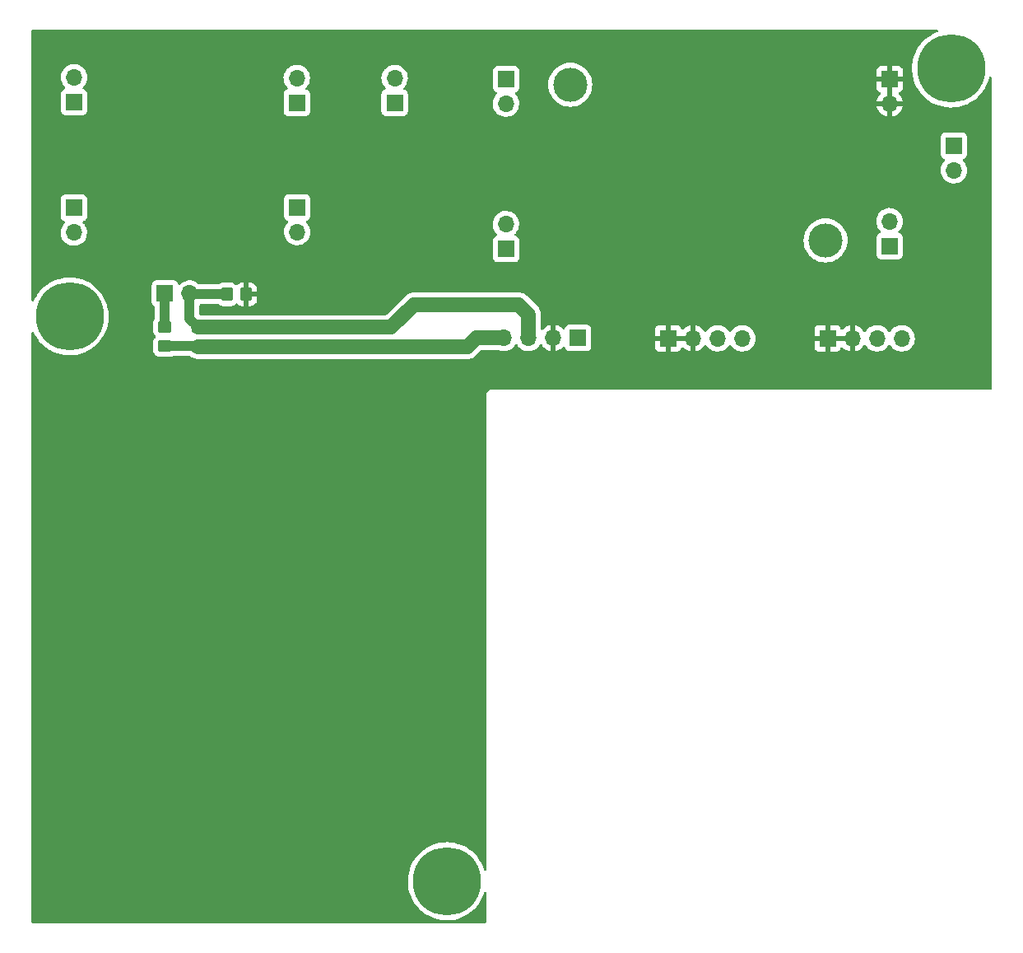
<source format=gtl>
G04 #@! TF.GenerationSoftware,KiCad,Pcbnew,(6.0.10)*
G04 #@! TF.CreationDate,2023-02-06T13:43:24-03:00*
G04 #@! TF.ProjectId,PowerSupply_HW,506f7765-7253-4757-9070-6c795f48572e,rev?*
G04 #@! TF.SameCoordinates,Original*
G04 #@! TF.FileFunction,Copper,L1,Top*
G04 #@! TF.FilePolarity,Positive*
%FSLAX46Y46*%
G04 Gerber Fmt 4.6, Leading zero omitted, Abs format (unit mm)*
G04 Created by KiCad (PCBNEW (6.0.10)) date 2023-02-06 13:43:24*
%MOMM*%
%LPD*%
G01*
G04 APERTURE LIST*
G04 Aperture macros list*
%AMRoundRect*
0 Rectangle with rounded corners*
0 $1 Rounding radius*
0 $2 $3 $4 $5 $6 $7 $8 $9 X,Y pos of 4 corners*
0 Add a 4 corners polygon primitive as box body*
4,1,4,$2,$3,$4,$5,$6,$7,$8,$9,$2,$3,0*
0 Add four circle primitives for the rounded corners*
1,1,$1+$1,$2,$3*
1,1,$1+$1,$4,$5*
1,1,$1+$1,$6,$7*
1,1,$1+$1,$8,$9*
0 Add four rect primitives between the rounded corners*
20,1,$1+$1,$2,$3,$4,$5,0*
20,1,$1+$1,$4,$5,$6,$7,0*
20,1,$1+$1,$6,$7,$8,$9,0*
20,1,$1+$1,$8,$9,$2,$3,0*%
G04 Aperture macros list end*
G04 #@! TA.AperFunction,ComponentPad*
%ADD10C,7.000000*%
G04 #@! TD*
G04 #@! TA.AperFunction,SMDPad,CuDef*
%ADD11RoundRect,0.250000X-0.450000X0.350000X-0.450000X-0.350000X0.450000X-0.350000X0.450000X0.350000X0*%
G04 #@! TD*
G04 #@! TA.AperFunction,ComponentPad*
%ADD12R,1.700000X1.700000*%
G04 #@! TD*
G04 #@! TA.AperFunction,ComponentPad*
%ADD13O,1.700000X1.700000*%
G04 #@! TD*
G04 #@! TA.AperFunction,SMDPad,CuDef*
%ADD14RoundRect,0.250000X0.350000X0.450000X-0.350000X0.450000X-0.350000X-0.450000X0.350000X-0.450000X0*%
G04 #@! TD*
G04 #@! TA.AperFunction,WasherPad*
%ADD15C,3.500000*%
G04 #@! TD*
G04 #@! TA.AperFunction,Conductor*
%ADD16C,1.000000*%
G04 #@! TD*
G04 #@! TA.AperFunction,Conductor*
%ADD17C,1.500000*%
G04 #@! TD*
G04 APERTURE END LIST*
D10*
X150749000Y-40767000D03*
D11*
X73310000Y-67370000D03*
X73310000Y-69370000D03*
D12*
X151040000Y-48685000D03*
D13*
X151040000Y-51225000D03*
D10*
X98882200Y-124307600D03*
D12*
X112370000Y-68450000D03*
D13*
X109830000Y-68450000D03*
X107290000Y-68450000D03*
X104750000Y-68450000D03*
D10*
X60071000Y-66243200D03*
D14*
X78250000Y-63980000D03*
X76250000Y-63980000D03*
D12*
X138049000Y-68500000D03*
D13*
X140589000Y-68500000D03*
X143129000Y-68500000D03*
X145669000Y-68500000D03*
D12*
X69885000Y-63900000D03*
D13*
X72425000Y-63900000D03*
D12*
X60520200Y-44219000D03*
D13*
X60520200Y-41679000D03*
D12*
X60511000Y-55081000D03*
D13*
X60511000Y-57621000D03*
X83440200Y-41739000D03*
D12*
X83440200Y-44279000D03*
D13*
X83472600Y-57570200D03*
D12*
X83472600Y-55030200D03*
X121650000Y-68500000D03*
D13*
X124190000Y-68500000D03*
X126730000Y-68500000D03*
X129270000Y-68500000D03*
D12*
X93510000Y-44275000D03*
D13*
X93510000Y-41735000D03*
D11*
X69860000Y-67310000D03*
X69860000Y-69310000D03*
D15*
X111579000Y-42440000D03*
X137841000Y-58442000D03*
D12*
X104975000Y-41860000D03*
D13*
X104953000Y-44370400D03*
X104953000Y-56765600D03*
D12*
X104975000Y-59310000D03*
X144445000Y-59005000D03*
D13*
X144424600Y-56460800D03*
D12*
X144445000Y-41860000D03*
D13*
X144424600Y-44370400D03*
D16*
X69860000Y-63925000D02*
X69885000Y-63900000D01*
X69860000Y-67310000D02*
X69860000Y-63925000D01*
D17*
X73310000Y-67370000D02*
X93170000Y-67370000D01*
X106280000Y-65050000D02*
X107290000Y-66060000D01*
X107290000Y-66060000D02*
X107290000Y-68450000D01*
X95490000Y-65050000D02*
X106280000Y-65050000D01*
D16*
X72425000Y-66485000D02*
X73310000Y-67370000D01*
X72425000Y-63900000D02*
X72425000Y-66485000D01*
X72505000Y-63980000D02*
X72425000Y-63900000D01*
X76250000Y-63980000D02*
X72505000Y-63980000D01*
D17*
X93170000Y-67370000D02*
X95490000Y-65050000D01*
D16*
X72820000Y-69310000D02*
X72840000Y-69290000D01*
D17*
X101900000Y-68450000D02*
X104750000Y-68450000D01*
D16*
X73250000Y-69310000D02*
X73310000Y-69370000D01*
X69860000Y-69310000D02*
X73250000Y-69310000D01*
D17*
X100980000Y-69370000D02*
X101900000Y-68450000D01*
X73310000Y-69370000D02*
X100980000Y-69370000D01*
G04 #@! TA.AperFunction,Conductor*
G36*
X149365334Y-36788502D02*
G01*
X149411827Y-36842158D01*
X149421931Y-36912432D01*
X149392437Y-36977012D01*
X149338650Y-37013491D01*
X149245579Y-37045902D01*
X148889638Y-37210369D01*
X148551446Y-37408785D01*
X148391444Y-37525033D01*
X148236711Y-37637453D01*
X148236705Y-37637458D01*
X148234230Y-37639256D01*
X148231944Y-37641285D01*
X148231941Y-37641288D01*
X148152123Y-37712154D01*
X147941017Y-37899583D01*
X147938938Y-37901828D01*
X147938931Y-37901835D01*
X147676694Y-38185026D01*
X147674608Y-38187279D01*
X147437544Y-38499599D01*
X147232089Y-38833562D01*
X147060203Y-39185980D01*
X146923527Y-39553489D01*
X146823367Y-39932581D01*
X146813932Y-39990833D01*
X146783836Y-40176654D01*
X146760677Y-40319638D01*
X146760483Y-40322718D01*
X146760483Y-40322720D01*
X146738078Y-40678848D01*
X146736057Y-40710965D01*
X146739223Y-40801623D01*
X146749171Y-41086492D01*
X146749741Y-41102827D01*
X146750147Y-41105871D01*
X146750148Y-41105881D01*
X146775376Y-41294954D01*
X146801599Y-41491484D01*
X146802299Y-41494468D01*
X146802300Y-41494474D01*
X146885757Y-41850290D01*
X146891136Y-41873225D01*
X147017496Y-42244407D01*
X147179475Y-42601487D01*
X147375525Y-42941056D01*
X147377314Y-42943554D01*
X147377316Y-42943558D01*
X147593303Y-43245245D01*
X147603776Y-43259874D01*
X147605802Y-43262189D01*
X147605805Y-43262192D01*
X147730345Y-43404452D01*
X147862049Y-43554896D01*
X148147878Y-43823308D01*
X148285837Y-43929550D01*
X148433332Y-44043136D01*
X148458536Y-44062546D01*
X148461139Y-44064173D01*
X148461144Y-44064176D01*
X148542046Y-44114729D01*
X148791056Y-44270328D01*
X149142266Y-44444670D01*
X149508812Y-44583907D01*
X149887195Y-44686712D01*
X150185419Y-44737153D01*
X150270783Y-44751591D01*
X150270786Y-44751591D01*
X150273805Y-44752102D01*
X150428444Y-44762916D01*
X150661885Y-44779240D01*
X150661893Y-44779240D01*
X150664951Y-44779454D01*
X150917037Y-44772413D01*
X151053825Y-44768592D01*
X151053828Y-44768592D01*
X151056899Y-44768506D01*
X151059952Y-44768120D01*
X151059956Y-44768120D01*
X151201576Y-44750229D01*
X151445908Y-44719362D01*
X151448912Y-44718680D01*
X151448915Y-44718679D01*
X151825269Y-44633174D01*
X151825275Y-44633172D01*
X151828265Y-44632493D01*
X151843948Y-44627276D01*
X152197396Y-44509700D01*
X152197402Y-44509698D01*
X152200320Y-44508727D01*
X152341735Y-44445765D01*
X152555722Y-44350492D01*
X152555728Y-44350489D01*
X152558522Y-44349245D01*
X152588946Y-44331962D01*
X152896784Y-44157086D01*
X152896790Y-44157083D01*
X152899452Y-44155570D01*
X153210322Y-43936275D01*
X153217342Y-43931323D01*
X153217346Y-43931320D01*
X153219855Y-43929550D01*
X153455393Y-43726240D01*
X153514347Y-43675353D01*
X153514351Y-43675349D01*
X153516674Y-43673344D01*
X153610225Y-43575106D01*
X153784957Y-43391618D01*
X153787074Y-43389395D01*
X153842320Y-43318684D01*
X154026565Y-43082860D01*
X154026567Y-43082857D01*
X154028475Y-43080415D01*
X154238574Y-42749354D01*
X154243570Y-42739465D01*
X154344483Y-42539689D01*
X154415363Y-42399370D01*
X154416473Y-42396509D01*
X154556041Y-42036681D01*
X154556044Y-42036672D01*
X154557156Y-42033805D01*
X154647327Y-41710851D01*
X154661771Y-41659118D01*
X154661772Y-41659113D01*
X154662600Y-41656148D01*
X154662797Y-41655030D01*
X154697234Y-41593329D01*
X154759859Y-41559883D01*
X154830625Y-41565605D01*
X154887064Y-41608676D01*
X154911257Y-41675424D01*
X154911500Y-41683247D01*
X154911500Y-73665500D01*
X154891498Y-73733621D01*
X154837842Y-73780114D01*
X154785500Y-73791500D01*
X103488623Y-73791500D01*
X103487853Y-73791498D01*
X103487037Y-73791493D01*
X103410279Y-73791024D01*
X103387918Y-73797415D01*
X103381847Y-73799150D01*
X103365085Y-73802728D01*
X103335813Y-73806920D01*
X103327645Y-73810634D01*
X103327644Y-73810634D01*
X103312438Y-73817548D01*
X103294914Y-73823996D01*
X103270229Y-73831051D01*
X103262635Y-73835843D01*
X103262632Y-73835844D01*
X103245220Y-73846830D01*
X103230137Y-73854969D01*
X103203218Y-73867208D01*
X103196416Y-73873069D01*
X103183765Y-73883970D01*
X103168761Y-73895073D01*
X103147042Y-73908776D01*
X103141103Y-73915501D01*
X103141099Y-73915504D01*
X103127468Y-73930938D01*
X103115276Y-73942982D01*
X103099673Y-73956427D01*
X103099671Y-73956430D01*
X103092873Y-73962287D01*
X103087993Y-73969816D01*
X103087992Y-73969817D01*
X103078906Y-73983835D01*
X103067615Y-73998709D01*
X103056569Y-74011217D01*
X103050622Y-74017951D01*
X103038058Y-74044711D01*
X103029737Y-74059691D01*
X103018529Y-74076983D01*
X103018527Y-74076988D01*
X103013648Y-74084515D01*
X103011078Y-74093108D01*
X103011076Y-74093113D01*
X103006289Y-74109120D01*
X102999628Y-74126564D01*
X102988719Y-74149800D01*
X102987338Y-74158667D01*
X102987338Y-74158668D01*
X102984170Y-74179015D01*
X102980387Y-74195732D01*
X102974485Y-74215466D01*
X102974484Y-74215472D01*
X102971914Y-74224066D01*
X102971859Y-74233037D01*
X102971859Y-74233038D01*
X102971704Y-74258497D01*
X102971671Y-74259289D01*
X102971500Y-74260386D01*
X102971500Y-74291377D01*
X102971498Y-74292147D01*
X102971024Y-74369721D01*
X102971408Y-74371065D01*
X102971500Y-74372410D01*
X102971500Y-123113825D01*
X102951498Y-123181946D01*
X102897842Y-123228439D01*
X102827568Y-123238543D01*
X102762988Y-123209049D01*
X102724909Y-123150291D01*
X102724243Y-123147619D01*
X102592712Y-122778237D01*
X102425764Y-122423454D01*
X102424197Y-122420825D01*
X102424192Y-122420816D01*
X102226561Y-122089289D01*
X102224991Y-122086655D01*
X102223177Y-122084195D01*
X102223172Y-122084187D01*
X101994133Y-121773526D01*
X101994131Y-121773523D01*
X101992311Y-121771055D01*
X101729944Y-121479668D01*
X101440395Y-121215273D01*
X101126428Y-120980395D01*
X101078215Y-120951196D01*
X100793667Y-120778867D01*
X100793658Y-120778862D01*
X100791039Y-120777276D01*
X100437429Y-120607855D01*
X100434539Y-120606803D01*
X100434534Y-120606801D01*
X100071874Y-120474804D01*
X100071871Y-120474803D01*
X100068975Y-120473749D01*
X99792763Y-120402829D01*
X99692177Y-120377003D01*
X99692174Y-120377002D01*
X99689193Y-120376237D01*
X99301708Y-120316251D01*
X98910218Y-120294364D01*
X98907139Y-120294493D01*
X98907136Y-120294493D01*
X98651388Y-120305212D01*
X98518461Y-120310783D01*
X98515417Y-120311211D01*
X98515415Y-120311211D01*
X98304978Y-120340786D01*
X98130176Y-120365353D01*
X97749069Y-120457553D01*
X97378779Y-120586502D01*
X97022838Y-120750969D01*
X96684646Y-120949385D01*
X96524644Y-121065633D01*
X96369911Y-121178053D01*
X96369905Y-121178058D01*
X96367430Y-121179856D01*
X96365144Y-121181885D01*
X96365141Y-121181888D01*
X96285323Y-121252754D01*
X96074217Y-121440183D01*
X96072138Y-121442428D01*
X96072131Y-121442435D01*
X95809894Y-121725626D01*
X95807808Y-121727879D01*
X95570744Y-122040199D01*
X95365289Y-122374162D01*
X95193403Y-122726580D01*
X95056727Y-123094089D01*
X94956567Y-123473181D01*
X94893877Y-123860238D01*
X94869257Y-124251565D01*
X94882941Y-124643427D01*
X94934799Y-125032084D01*
X95024336Y-125413825D01*
X95150696Y-125785007D01*
X95312675Y-126142087D01*
X95508725Y-126481656D01*
X95510514Y-126484154D01*
X95510516Y-126484158D01*
X95610247Y-126623460D01*
X95736976Y-126800474D01*
X95995249Y-127095496D01*
X96281078Y-127363908D01*
X96591736Y-127603146D01*
X96594339Y-127604773D01*
X96594344Y-127604776D01*
X96713776Y-127679405D01*
X96924256Y-127810928D01*
X97275466Y-127985270D01*
X97642012Y-128124507D01*
X98020395Y-128227312D01*
X98318619Y-128277753D01*
X98403983Y-128292191D01*
X98403986Y-128292191D01*
X98407005Y-128292702D01*
X98561644Y-128303516D01*
X98795085Y-128319840D01*
X98795093Y-128319840D01*
X98798151Y-128320054D01*
X99050237Y-128313013D01*
X99187025Y-128309192D01*
X99187028Y-128309192D01*
X99190099Y-128309106D01*
X99193152Y-128308720D01*
X99193156Y-128308720D01*
X99334776Y-128290829D01*
X99579108Y-128259962D01*
X99582112Y-128259280D01*
X99582115Y-128259279D01*
X99958469Y-128173774D01*
X99958475Y-128173772D01*
X99961465Y-128173093D01*
X99964384Y-128172122D01*
X100330596Y-128050300D01*
X100330602Y-128050298D01*
X100333520Y-128049327D01*
X100474935Y-127986365D01*
X100688922Y-127891092D01*
X100688928Y-127891089D01*
X100691722Y-127889845D01*
X100694391Y-127888329D01*
X101029984Y-127697686D01*
X101029990Y-127697683D01*
X101032652Y-127696170D01*
X101353055Y-127470150D01*
X101649874Y-127213944D01*
X101920274Y-126929995D01*
X102161675Y-126621015D01*
X102371774Y-126289954D01*
X102548563Y-125939970D01*
X102608669Y-125785007D01*
X102689241Y-125577281D01*
X102689244Y-125577272D01*
X102690356Y-125574405D01*
X102724142Y-125453397D01*
X102761726Y-125393165D01*
X102825908Y-125362814D01*
X102896310Y-125371980D01*
X102950581Y-125417754D01*
X102971500Y-125487281D01*
X102971500Y-128473700D01*
X102951498Y-128541821D01*
X102897842Y-128588314D01*
X102845500Y-128599700D01*
X56293800Y-128599700D01*
X56225679Y-128579698D01*
X56179186Y-128526042D01*
X56167800Y-128473700D01*
X56167800Y-67924878D01*
X56187802Y-67856757D01*
X56241458Y-67810264D01*
X56311732Y-67800160D01*
X56376312Y-67829654D01*
X56408546Y-67872827D01*
X56500198Y-68074873D01*
X56500202Y-68074881D01*
X56501475Y-68077687D01*
X56697525Y-68417256D01*
X56699314Y-68419754D01*
X56699316Y-68419758D01*
X56855034Y-68637262D01*
X56925776Y-68736074D01*
X56927802Y-68738389D01*
X56927805Y-68738392D01*
X57182017Y-69028775D01*
X57184049Y-69031096D01*
X57469878Y-69299508D01*
X57635742Y-69427240D01*
X57700669Y-69477240D01*
X57780536Y-69538746D01*
X57783139Y-69540373D01*
X57783144Y-69540376D01*
X57859442Y-69588052D01*
X58113056Y-69746528D01*
X58464266Y-69920870D01*
X58830812Y-70060107D01*
X59209195Y-70162912D01*
X59507419Y-70213353D01*
X59592783Y-70227791D01*
X59592786Y-70227791D01*
X59595805Y-70228302D01*
X59750444Y-70239116D01*
X59983885Y-70255440D01*
X59983893Y-70255440D01*
X59986951Y-70255654D01*
X60239037Y-70248613D01*
X60375825Y-70244792D01*
X60375828Y-70244792D01*
X60378899Y-70244706D01*
X60381952Y-70244320D01*
X60381956Y-70244320D01*
X60523576Y-70226429D01*
X60767908Y-70195562D01*
X60770912Y-70194880D01*
X60770915Y-70194879D01*
X61147269Y-70109374D01*
X61147275Y-70109372D01*
X61150265Y-70108693D01*
X61153184Y-70107722D01*
X61519396Y-69985900D01*
X61519402Y-69985898D01*
X61522320Y-69984927D01*
X61663735Y-69921965D01*
X61877722Y-69826692D01*
X61877728Y-69826689D01*
X61880522Y-69825445D01*
X61891753Y-69819065D01*
X62218784Y-69633286D01*
X62218790Y-69633283D01*
X62221452Y-69631770D01*
X62417048Y-69493792D01*
X62539342Y-69407523D01*
X62539346Y-69407520D01*
X62541855Y-69405750D01*
X62712216Y-69258699D01*
X62836347Y-69151553D01*
X62836351Y-69151549D01*
X62838674Y-69149544D01*
X62862354Y-69124678D01*
X63106957Y-68867818D01*
X63109074Y-68865595D01*
X63156308Y-68805139D01*
X63348565Y-68559060D01*
X63348567Y-68559057D01*
X63350475Y-68556615D01*
X63560574Y-68225554D01*
X63562984Y-68220784D01*
X63659706Y-68029305D01*
X63737363Y-67875570D01*
X63739792Y-67869308D01*
X63878041Y-67512881D01*
X63878044Y-67512872D01*
X63879156Y-67510005D01*
X63963160Y-67209137D01*
X63983772Y-67135314D01*
X63983773Y-67135312D01*
X63984600Y-67132348D01*
X64052688Y-66746204D01*
X64069384Y-66529214D01*
X64082619Y-66357213D01*
X64082619Y-66357202D01*
X64082769Y-66355259D01*
X64084334Y-66243200D01*
X64065180Y-65851567D01*
X64007901Y-65463673D01*
X64003969Y-65447900D01*
X63955710Y-65254346D01*
X63913043Y-65083219D01*
X63894783Y-65031937D01*
X63811529Y-64798134D01*
X68526500Y-64798134D01*
X68533255Y-64860316D01*
X68584385Y-64996705D01*
X68671739Y-65113261D01*
X68788295Y-65200615D01*
X68788951Y-65200861D01*
X68836157Y-65248175D01*
X68851500Y-65308433D01*
X68851500Y-66393694D01*
X68831498Y-66461815D01*
X68820317Y-66475702D01*
X68820404Y-66475771D01*
X68815866Y-66481517D01*
X68810695Y-66486697D01*
X68806855Y-66492927D01*
X68806854Y-66492928D01*
X68752389Y-66581287D01*
X68717885Y-66637262D01*
X68715581Y-66644209D01*
X68673206Y-66771967D01*
X68662203Y-66805139D01*
X68651500Y-66909600D01*
X68651500Y-67710400D01*
X68651837Y-67713646D01*
X68651837Y-67713650D01*
X68661403Y-67805840D01*
X68662474Y-67816166D01*
X68664655Y-67822702D01*
X68664655Y-67822704D01*
X68683208Y-67878313D01*
X68718450Y-67983946D01*
X68811522Y-68134348D01*
X68816704Y-68139521D01*
X68898109Y-68220784D01*
X68932188Y-68283066D01*
X68927185Y-68353886D01*
X68898264Y-68398975D01*
X68810695Y-68486697D01*
X68806855Y-68492927D01*
X68806854Y-68492928D01*
X68766090Y-68559060D01*
X68717885Y-68637262D01*
X68715581Y-68644209D01*
X68666222Y-68793023D01*
X68662203Y-68805139D01*
X68651500Y-68909600D01*
X68651500Y-69710400D01*
X68651837Y-69713646D01*
X68651837Y-69713650D01*
X68661734Y-69809030D01*
X68662474Y-69816166D01*
X68664655Y-69822702D01*
X68664655Y-69822704D01*
X68676431Y-69858000D01*
X68718450Y-69983946D01*
X68811522Y-70134348D01*
X68936697Y-70259305D01*
X68942927Y-70263145D01*
X68942928Y-70263146D01*
X69070452Y-70341753D01*
X69087262Y-70352115D01*
X69102584Y-70357197D01*
X69248611Y-70405632D01*
X69248613Y-70405632D01*
X69255139Y-70407797D01*
X69261975Y-70408497D01*
X69261978Y-70408498D01*
X69305031Y-70412909D01*
X69359600Y-70418500D01*
X70360400Y-70418500D01*
X70363646Y-70418163D01*
X70363650Y-70418163D01*
X70459308Y-70408238D01*
X70459312Y-70408237D01*
X70466166Y-70407526D01*
X70472702Y-70405345D01*
X70472704Y-70405345D01*
X70617020Y-70357197D01*
X70633946Y-70351550D01*
X70656883Y-70337356D01*
X70723186Y-70318500D01*
X72349677Y-70318500D01*
X72415793Y-70337240D01*
X72527360Y-70406011D01*
X72537262Y-70412115D01*
X72604001Y-70434251D01*
X72661992Y-70453486D01*
X72689280Y-70466341D01*
X72701099Y-70473755D01*
X72736344Y-70495864D01*
X72944783Y-70579656D01*
X73164767Y-70625213D01*
X73169378Y-70625479D01*
X73169379Y-70625479D01*
X73219952Y-70628395D01*
X73219956Y-70628395D01*
X73221775Y-70628500D01*
X100888604Y-70628500D01*
X100905051Y-70629578D01*
X100921516Y-70631746D01*
X100921520Y-70631746D01*
X100927086Y-70632479D01*
X101008489Y-70628640D01*
X101014424Y-70628500D01*
X101036999Y-70628500D01*
X101062989Y-70626181D01*
X101068248Y-70625822D01*
X101151488Y-70621896D01*
X101156947Y-70620646D01*
X101156952Y-70620645D01*
X101168970Y-70617892D01*
X101185899Y-70615211D01*
X101203762Y-70613617D01*
X101209178Y-70612135D01*
X101209180Y-70612135D01*
X101284133Y-70591630D01*
X101289251Y-70590344D01*
X101365000Y-70572995D01*
X101365002Y-70572994D01*
X101370470Y-70571742D01*
X101380970Y-70567263D01*
X101386967Y-70564706D01*
X101403142Y-70559073D01*
X101415039Y-70555818D01*
X101415043Y-70555817D01*
X101420451Y-70554337D01*
X101495667Y-70518461D01*
X101500476Y-70516290D01*
X101571949Y-70485804D01*
X101571950Y-70485804D01*
X101577109Y-70483603D01*
X101592110Y-70473749D01*
X101607025Y-70465346D01*
X101623218Y-70457622D01*
X101627769Y-70454352D01*
X101627772Y-70454350D01*
X101677662Y-70418500D01*
X101690892Y-70408994D01*
X101695232Y-70406011D01*
X101761010Y-70362804D01*
X101761018Y-70362798D01*
X101764874Y-70360265D01*
X101785662Y-70341743D01*
X101795939Y-70333510D01*
X101805654Y-70326529D01*
X101880030Y-70249779D01*
X101881419Y-70248368D01*
X102384384Y-69745404D01*
X102446696Y-69711379D01*
X102473479Y-69708500D01*
X104214127Y-69708500D01*
X104259076Y-69716790D01*
X104285109Y-69726731D01*
X104369692Y-69759030D01*
X104374760Y-69760061D01*
X104374763Y-69760062D01*
X104469862Y-69779410D01*
X104588597Y-69803567D01*
X104593772Y-69803757D01*
X104593774Y-69803757D01*
X104806673Y-69811564D01*
X104806677Y-69811564D01*
X104811837Y-69811753D01*
X104816957Y-69811097D01*
X104816959Y-69811097D01*
X105028288Y-69784025D01*
X105028289Y-69784025D01*
X105033416Y-69783368D01*
X105038366Y-69781883D01*
X105242429Y-69720661D01*
X105242434Y-69720659D01*
X105247384Y-69719174D01*
X105447994Y-69620896D01*
X105629860Y-69491173D01*
X105647156Y-69473938D01*
X105773400Y-69348134D01*
X105788096Y-69333489D01*
X105918453Y-69152077D01*
X105919776Y-69153028D01*
X105966645Y-69109857D01*
X106036580Y-69097625D01*
X106102026Y-69125144D01*
X106129875Y-69156994D01*
X106140712Y-69174678D01*
X106189987Y-69255088D01*
X106336250Y-69423938D01*
X106508126Y-69566632D01*
X106701000Y-69679338D01*
X106909692Y-69759030D01*
X106914760Y-69760061D01*
X106914763Y-69760062D01*
X107009862Y-69779410D01*
X107128597Y-69803567D01*
X107133772Y-69803757D01*
X107133774Y-69803757D01*
X107346673Y-69811564D01*
X107346677Y-69811564D01*
X107351837Y-69811753D01*
X107356957Y-69811097D01*
X107356959Y-69811097D01*
X107568288Y-69784025D01*
X107568289Y-69784025D01*
X107573416Y-69783368D01*
X107578366Y-69781883D01*
X107782429Y-69720661D01*
X107782434Y-69720659D01*
X107787384Y-69719174D01*
X107987994Y-69620896D01*
X108169860Y-69491173D01*
X108187156Y-69473938D01*
X108313400Y-69348134D01*
X108328096Y-69333489D01*
X108458453Y-69152077D01*
X108459640Y-69152930D01*
X108506960Y-69109362D01*
X108576897Y-69097145D01*
X108642338Y-69124678D01*
X108670166Y-69156511D01*
X108727694Y-69250388D01*
X108733777Y-69258699D01*
X108873213Y-69419667D01*
X108880580Y-69426883D01*
X109044434Y-69562916D01*
X109052881Y-69568831D01*
X109236756Y-69676279D01*
X109246042Y-69680729D01*
X109445001Y-69756703D01*
X109454899Y-69759579D01*
X109558250Y-69780606D01*
X109572299Y-69779410D01*
X109576000Y-69769065D01*
X109576000Y-69768517D01*
X110084000Y-69768517D01*
X110088064Y-69782359D01*
X110101478Y-69784393D01*
X110108184Y-69783534D01*
X110118262Y-69781392D01*
X110322255Y-69720191D01*
X110331842Y-69716433D01*
X110523095Y-69622739D01*
X110531945Y-69617464D01*
X110705328Y-69493792D01*
X110713193Y-69487145D01*
X110817897Y-69382805D01*
X110880268Y-69348889D01*
X110951075Y-69354077D01*
X111007837Y-69396723D01*
X111024819Y-69427826D01*
X111039731Y-69467604D01*
X111069385Y-69546705D01*
X111156739Y-69663261D01*
X111273295Y-69750615D01*
X111409684Y-69801745D01*
X111471866Y-69808500D01*
X113268134Y-69808500D01*
X113330316Y-69801745D01*
X113466705Y-69750615D01*
X113583261Y-69663261D01*
X113670615Y-69546705D01*
X113721745Y-69410316D01*
X113723445Y-69394669D01*
X120292001Y-69394669D01*
X120292371Y-69401490D01*
X120297895Y-69452352D01*
X120301521Y-69467604D01*
X120346676Y-69588054D01*
X120355214Y-69603649D01*
X120431715Y-69705724D01*
X120444276Y-69718285D01*
X120546351Y-69794786D01*
X120561946Y-69803324D01*
X120682394Y-69848478D01*
X120697649Y-69852105D01*
X120748514Y-69857631D01*
X120755328Y-69858000D01*
X121377885Y-69858000D01*
X121393124Y-69853525D01*
X121394329Y-69852135D01*
X121396000Y-69844452D01*
X121396000Y-69839884D01*
X121904000Y-69839884D01*
X121908475Y-69855123D01*
X121909865Y-69856328D01*
X121917548Y-69857999D01*
X122544669Y-69857999D01*
X122551490Y-69857629D01*
X122602352Y-69852105D01*
X122617604Y-69848479D01*
X122738054Y-69803324D01*
X122753649Y-69794786D01*
X122855724Y-69718285D01*
X122868285Y-69705724D01*
X122944786Y-69603649D01*
X122953325Y-69588052D01*
X122994425Y-69478418D01*
X123037066Y-69421653D01*
X123103628Y-69396953D01*
X123172977Y-69412160D01*
X123207645Y-69440150D01*
X123233219Y-69469674D01*
X123240580Y-69476883D01*
X123404434Y-69612916D01*
X123412881Y-69618831D01*
X123596756Y-69726279D01*
X123606042Y-69730729D01*
X123805001Y-69806703D01*
X123814899Y-69809579D01*
X123918250Y-69830606D01*
X123932299Y-69829410D01*
X123936000Y-69819065D01*
X123936000Y-69818517D01*
X124444000Y-69818517D01*
X124448064Y-69832359D01*
X124461478Y-69834393D01*
X124468184Y-69833534D01*
X124478262Y-69831392D01*
X124682255Y-69770191D01*
X124691842Y-69766433D01*
X124883095Y-69672739D01*
X124891945Y-69667464D01*
X125065328Y-69543792D01*
X125073200Y-69537139D01*
X125224052Y-69386812D01*
X125230730Y-69378965D01*
X125358022Y-69201819D01*
X125359279Y-69202722D01*
X125406373Y-69159362D01*
X125476311Y-69147145D01*
X125541751Y-69174678D01*
X125569579Y-69206511D01*
X125629987Y-69305088D01*
X125776250Y-69473938D01*
X125948126Y-69616632D01*
X126141000Y-69729338D01*
X126145825Y-69731180D01*
X126145826Y-69731181D01*
X126196719Y-69750615D01*
X126349692Y-69809030D01*
X126354760Y-69810061D01*
X126354763Y-69810062D01*
X126436503Y-69826692D01*
X126568597Y-69853567D01*
X126573772Y-69853757D01*
X126573774Y-69853757D01*
X126786673Y-69861564D01*
X126786677Y-69861564D01*
X126791837Y-69861753D01*
X126796957Y-69861097D01*
X126796959Y-69861097D01*
X127008288Y-69834025D01*
X127008289Y-69834025D01*
X127013416Y-69833368D01*
X127018366Y-69831883D01*
X127222429Y-69770661D01*
X127222434Y-69770659D01*
X127227384Y-69769174D01*
X127427994Y-69670896D01*
X127609860Y-69541173D01*
X127768096Y-69383489D01*
X127792959Y-69348889D01*
X127898453Y-69202077D01*
X127899776Y-69203028D01*
X127946645Y-69159857D01*
X128016580Y-69147625D01*
X128082026Y-69175144D01*
X128109875Y-69206994D01*
X128169987Y-69305088D01*
X128316250Y-69473938D01*
X128488126Y-69616632D01*
X128681000Y-69729338D01*
X128685825Y-69731180D01*
X128685826Y-69731181D01*
X128736719Y-69750615D01*
X128889692Y-69809030D01*
X128894760Y-69810061D01*
X128894763Y-69810062D01*
X128976503Y-69826692D01*
X129108597Y-69853567D01*
X129113772Y-69853757D01*
X129113774Y-69853757D01*
X129326673Y-69861564D01*
X129326677Y-69861564D01*
X129331837Y-69861753D01*
X129336957Y-69861097D01*
X129336959Y-69861097D01*
X129548288Y-69834025D01*
X129548289Y-69834025D01*
X129553416Y-69833368D01*
X129558366Y-69831883D01*
X129762429Y-69770661D01*
X129762434Y-69770659D01*
X129767384Y-69769174D01*
X129967994Y-69670896D01*
X130149860Y-69541173D01*
X130296877Y-69394669D01*
X136691001Y-69394669D01*
X136691371Y-69401490D01*
X136696895Y-69452352D01*
X136700521Y-69467604D01*
X136745676Y-69588054D01*
X136754214Y-69603649D01*
X136830715Y-69705724D01*
X136843276Y-69718285D01*
X136945351Y-69794786D01*
X136960946Y-69803324D01*
X137081394Y-69848478D01*
X137096649Y-69852105D01*
X137147514Y-69857631D01*
X137154328Y-69858000D01*
X137776885Y-69858000D01*
X137792124Y-69853525D01*
X137793329Y-69852135D01*
X137795000Y-69844452D01*
X137795000Y-69839884D01*
X138303000Y-69839884D01*
X138307475Y-69855123D01*
X138308865Y-69856328D01*
X138316548Y-69857999D01*
X138943669Y-69857999D01*
X138950490Y-69857629D01*
X139001352Y-69852105D01*
X139016604Y-69848479D01*
X139137054Y-69803324D01*
X139152649Y-69794786D01*
X139254724Y-69718285D01*
X139267285Y-69705724D01*
X139343786Y-69603649D01*
X139352325Y-69588052D01*
X139393425Y-69478418D01*
X139436066Y-69421653D01*
X139502628Y-69396953D01*
X139571977Y-69412160D01*
X139606645Y-69440150D01*
X139632219Y-69469674D01*
X139639580Y-69476883D01*
X139803434Y-69612916D01*
X139811881Y-69618831D01*
X139995756Y-69726279D01*
X140005042Y-69730729D01*
X140204001Y-69806703D01*
X140213899Y-69809579D01*
X140317250Y-69830606D01*
X140331299Y-69829410D01*
X140335000Y-69819065D01*
X140335000Y-69818517D01*
X140843000Y-69818517D01*
X140847064Y-69832359D01*
X140860478Y-69834393D01*
X140867184Y-69833534D01*
X140877262Y-69831392D01*
X141081255Y-69770191D01*
X141090842Y-69766433D01*
X141282095Y-69672739D01*
X141290945Y-69667464D01*
X141464328Y-69543792D01*
X141472200Y-69537139D01*
X141623052Y-69386812D01*
X141629730Y-69378965D01*
X141757022Y-69201819D01*
X141758279Y-69202722D01*
X141805373Y-69159362D01*
X141875311Y-69147145D01*
X141940751Y-69174678D01*
X141968579Y-69206511D01*
X142028987Y-69305088D01*
X142175250Y-69473938D01*
X142347126Y-69616632D01*
X142540000Y-69729338D01*
X142544825Y-69731180D01*
X142544826Y-69731181D01*
X142595719Y-69750615D01*
X142748692Y-69809030D01*
X142753760Y-69810061D01*
X142753763Y-69810062D01*
X142835503Y-69826692D01*
X142967597Y-69853567D01*
X142972772Y-69853757D01*
X142972774Y-69853757D01*
X143185673Y-69861564D01*
X143185677Y-69861564D01*
X143190837Y-69861753D01*
X143195957Y-69861097D01*
X143195959Y-69861097D01*
X143407288Y-69834025D01*
X143407289Y-69834025D01*
X143412416Y-69833368D01*
X143417366Y-69831883D01*
X143621429Y-69770661D01*
X143621434Y-69770659D01*
X143626384Y-69769174D01*
X143826994Y-69670896D01*
X144008860Y-69541173D01*
X144167096Y-69383489D01*
X144191959Y-69348889D01*
X144297453Y-69202077D01*
X144298776Y-69203028D01*
X144345645Y-69159857D01*
X144415580Y-69147625D01*
X144481026Y-69175144D01*
X144508875Y-69206994D01*
X144568987Y-69305088D01*
X144715250Y-69473938D01*
X144887126Y-69616632D01*
X145080000Y-69729338D01*
X145084825Y-69731180D01*
X145084826Y-69731181D01*
X145135719Y-69750615D01*
X145288692Y-69809030D01*
X145293760Y-69810061D01*
X145293763Y-69810062D01*
X145375503Y-69826692D01*
X145507597Y-69853567D01*
X145512772Y-69853757D01*
X145512774Y-69853757D01*
X145725673Y-69861564D01*
X145725677Y-69861564D01*
X145730837Y-69861753D01*
X145735957Y-69861097D01*
X145735959Y-69861097D01*
X145947288Y-69834025D01*
X145947289Y-69834025D01*
X145952416Y-69833368D01*
X145957366Y-69831883D01*
X146161429Y-69770661D01*
X146161434Y-69770659D01*
X146166384Y-69769174D01*
X146366994Y-69670896D01*
X146548860Y-69541173D01*
X146707096Y-69383489D01*
X146731959Y-69348889D01*
X146834435Y-69206277D01*
X146837453Y-69202077D01*
X146850995Y-69174678D01*
X146934136Y-69006453D01*
X146934137Y-69006451D01*
X146936430Y-69001811D01*
X146977816Y-68865595D01*
X146999865Y-68793023D01*
X146999865Y-68793021D01*
X147001370Y-68788069D01*
X147030529Y-68566590D01*
X147032156Y-68500000D01*
X147013852Y-68277361D01*
X146959431Y-68060702D01*
X146870354Y-67855840D01*
X146815080Y-67770400D01*
X146751822Y-67672617D01*
X146751820Y-67672614D01*
X146749014Y-67668277D01*
X146598670Y-67503051D01*
X146594619Y-67499852D01*
X146594615Y-67499848D01*
X146427414Y-67367800D01*
X146427410Y-67367798D01*
X146423359Y-67364598D01*
X146418119Y-67361705D01*
X146368286Y-67334196D01*
X146227789Y-67256638D01*
X146222920Y-67254914D01*
X146222916Y-67254912D01*
X146022087Y-67183795D01*
X146022083Y-67183794D01*
X146017212Y-67182069D01*
X146012119Y-67181162D01*
X146012116Y-67181161D01*
X145802373Y-67143800D01*
X145802367Y-67143799D01*
X145797284Y-67142894D01*
X145723452Y-67141992D01*
X145579081Y-67140228D01*
X145579079Y-67140228D01*
X145573911Y-67140165D01*
X145353091Y-67173955D01*
X145140756Y-67243357D01*
X145107004Y-67260927D01*
X144997753Y-67317800D01*
X144942607Y-67346507D01*
X144938474Y-67349610D01*
X144938471Y-67349612D01*
X144795132Y-67457234D01*
X144763965Y-67480635D01*
X144732065Y-67514016D01*
X144622538Y-67628630D01*
X144609629Y-67642138D01*
X144502201Y-67799621D01*
X144447293Y-67844621D01*
X144376768Y-67852792D01*
X144313021Y-67821538D01*
X144292324Y-67797054D01*
X144211822Y-67672617D01*
X144211820Y-67672614D01*
X144209014Y-67668277D01*
X144058670Y-67503051D01*
X144054619Y-67499852D01*
X144054615Y-67499848D01*
X143887414Y-67367800D01*
X143887410Y-67367798D01*
X143883359Y-67364598D01*
X143878119Y-67361705D01*
X143828286Y-67334196D01*
X143687789Y-67256638D01*
X143682920Y-67254914D01*
X143682916Y-67254912D01*
X143482087Y-67183795D01*
X143482083Y-67183794D01*
X143477212Y-67182069D01*
X143472119Y-67181162D01*
X143472116Y-67181161D01*
X143262373Y-67143800D01*
X143262367Y-67143799D01*
X143257284Y-67142894D01*
X143183452Y-67141992D01*
X143039081Y-67140228D01*
X143039079Y-67140228D01*
X143033911Y-67140165D01*
X142813091Y-67173955D01*
X142600756Y-67243357D01*
X142567004Y-67260927D01*
X142457753Y-67317800D01*
X142402607Y-67346507D01*
X142398474Y-67349610D01*
X142398471Y-67349612D01*
X142255132Y-67457234D01*
X142223965Y-67480635D01*
X142192065Y-67514016D01*
X142082538Y-67628630D01*
X142069629Y-67642138D01*
X141962204Y-67799618D01*
X141961898Y-67800066D01*
X141906987Y-67845069D01*
X141836462Y-67853240D01*
X141772715Y-67821986D01*
X141752018Y-67797502D01*
X141671426Y-67672926D01*
X141665136Y-67664757D01*
X141521806Y-67507240D01*
X141514273Y-67500215D01*
X141347139Y-67368222D01*
X141338552Y-67362517D01*
X141152117Y-67259599D01*
X141142705Y-67255369D01*
X140941959Y-67184280D01*
X140931988Y-67181646D01*
X140860837Y-67168972D01*
X140847540Y-67170432D01*
X140843000Y-67184989D01*
X140843000Y-69818517D01*
X140335000Y-69818517D01*
X140335000Y-68772115D01*
X140330525Y-68756876D01*
X140329135Y-68755671D01*
X140321452Y-68754000D01*
X138321115Y-68754000D01*
X138305876Y-68758475D01*
X138304671Y-68759865D01*
X138303000Y-68767548D01*
X138303000Y-69839884D01*
X137795000Y-69839884D01*
X137795000Y-68772115D01*
X137790525Y-68756876D01*
X137789135Y-68755671D01*
X137781452Y-68754000D01*
X136709116Y-68754000D01*
X136693877Y-68758475D01*
X136692672Y-68759865D01*
X136691001Y-68767548D01*
X136691001Y-69394669D01*
X130296877Y-69394669D01*
X130308096Y-69383489D01*
X130332959Y-69348889D01*
X130435435Y-69206277D01*
X130438453Y-69202077D01*
X130451995Y-69174678D01*
X130535136Y-69006453D01*
X130535137Y-69006451D01*
X130537430Y-69001811D01*
X130578816Y-68865595D01*
X130600865Y-68793023D01*
X130600865Y-68793021D01*
X130602370Y-68788069D01*
X130631529Y-68566590D01*
X130633156Y-68500000D01*
X130614852Y-68277361D01*
X130602424Y-68227885D01*
X136691000Y-68227885D01*
X136695475Y-68243124D01*
X136696865Y-68244329D01*
X136704548Y-68246000D01*
X137776885Y-68246000D01*
X137792124Y-68241525D01*
X137793329Y-68240135D01*
X137795000Y-68232452D01*
X137795000Y-68227885D01*
X138303000Y-68227885D01*
X138307475Y-68243124D01*
X138308865Y-68244329D01*
X138316548Y-68246000D01*
X140316885Y-68246000D01*
X140332124Y-68241525D01*
X140333329Y-68240135D01*
X140335000Y-68232452D01*
X140335000Y-67183102D01*
X140331082Y-67169758D01*
X140316806Y-67167771D01*
X140278324Y-67173660D01*
X140268288Y-67176051D01*
X140065868Y-67242212D01*
X140056359Y-67246209D01*
X139867463Y-67344542D01*
X139858738Y-67350036D01*
X139688433Y-67477905D01*
X139680726Y-67484748D01*
X139603094Y-67565985D01*
X139541570Y-67601415D01*
X139470657Y-67597958D01*
X139412871Y-67556712D01*
X139394018Y-67523164D01*
X139352324Y-67411946D01*
X139343786Y-67396351D01*
X139267285Y-67294276D01*
X139254724Y-67281715D01*
X139152649Y-67205214D01*
X139137054Y-67196676D01*
X139016606Y-67151522D01*
X139001351Y-67147895D01*
X138950486Y-67142369D01*
X138943672Y-67142000D01*
X138321115Y-67142000D01*
X138305876Y-67146475D01*
X138304671Y-67147865D01*
X138303000Y-67155548D01*
X138303000Y-68227885D01*
X137795000Y-68227885D01*
X137795000Y-67160116D01*
X137790525Y-67144877D01*
X137789135Y-67143672D01*
X137781452Y-67142001D01*
X137154331Y-67142001D01*
X137147510Y-67142371D01*
X137096648Y-67147895D01*
X137081396Y-67151521D01*
X136960946Y-67196676D01*
X136945351Y-67205214D01*
X136843276Y-67281715D01*
X136830715Y-67294276D01*
X136754214Y-67396351D01*
X136745676Y-67411946D01*
X136700522Y-67532394D01*
X136696895Y-67547649D01*
X136691369Y-67598514D01*
X136691000Y-67605328D01*
X136691000Y-68227885D01*
X130602424Y-68227885D01*
X130560431Y-68060702D01*
X130471354Y-67855840D01*
X130416080Y-67770400D01*
X130352822Y-67672617D01*
X130352820Y-67672614D01*
X130350014Y-67668277D01*
X130199670Y-67503051D01*
X130195619Y-67499852D01*
X130195615Y-67499848D01*
X130028414Y-67367800D01*
X130028410Y-67367798D01*
X130024359Y-67364598D01*
X130019119Y-67361705D01*
X129969286Y-67334196D01*
X129828789Y-67256638D01*
X129823920Y-67254914D01*
X129823916Y-67254912D01*
X129623087Y-67183795D01*
X129623083Y-67183794D01*
X129618212Y-67182069D01*
X129613119Y-67181162D01*
X129613116Y-67181161D01*
X129403373Y-67143800D01*
X129403367Y-67143799D01*
X129398284Y-67142894D01*
X129324452Y-67141992D01*
X129180081Y-67140228D01*
X129180079Y-67140228D01*
X129174911Y-67140165D01*
X128954091Y-67173955D01*
X128741756Y-67243357D01*
X128708004Y-67260927D01*
X128598753Y-67317800D01*
X128543607Y-67346507D01*
X128539474Y-67349610D01*
X128539471Y-67349612D01*
X128396132Y-67457234D01*
X128364965Y-67480635D01*
X128333065Y-67514016D01*
X128223538Y-67628630D01*
X128210629Y-67642138D01*
X128103201Y-67799621D01*
X128048293Y-67844621D01*
X127977768Y-67852792D01*
X127914021Y-67821538D01*
X127893324Y-67797054D01*
X127812822Y-67672617D01*
X127812820Y-67672614D01*
X127810014Y-67668277D01*
X127659670Y-67503051D01*
X127655619Y-67499852D01*
X127655615Y-67499848D01*
X127488414Y-67367800D01*
X127488410Y-67367798D01*
X127484359Y-67364598D01*
X127479119Y-67361705D01*
X127429286Y-67334196D01*
X127288789Y-67256638D01*
X127283920Y-67254914D01*
X127283916Y-67254912D01*
X127083087Y-67183795D01*
X127083083Y-67183794D01*
X127078212Y-67182069D01*
X127073119Y-67181162D01*
X127073116Y-67181161D01*
X126863373Y-67143800D01*
X126863367Y-67143799D01*
X126858284Y-67142894D01*
X126784452Y-67141992D01*
X126640081Y-67140228D01*
X126640079Y-67140228D01*
X126634911Y-67140165D01*
X126414091Y-67173955D01*
X126201756Y-67243357D01*
X126168004Y-67260927D01*
X126058753Y-67317800D01*
X126003607Y-67346507D01*
X125999474Y-67349610D01*
X125999471Y-67349612D01*
X125856132Y-67457234D01*
X125824965Y-67480635D01*
X125793065Y-67514016D01*
X125683538Y-67628630D01*
X125670629Y-67642138D01*
X125563204Y-67799618D01*
X125562898Y-67800066D01*
X125507987Y-67845069D01*
X125437462Y-67853240D01*
X125373715Y-67821986D01*
X125353018Y-67797502D01*
X125272426Y-67672926D01*
X125266136Y-67664757D01*
X125122806Y-67507240D01*
X125115273Y-67500215D01*
X124948139Y-67368222D01*
X124939552Y-67362517D01*
X124753117Y-67259599D01*
X124743705Y-67255369D01*
X124542959Y-67184280D01*
X124532988Y-67181646D01*
X124461837Y-67168972D01*
X124448540Y-67170432D01*
X124444000Y-67184989D01*
X124444000Y-69818517D01*
X123936000Y-69818517D01*
X123936000Y-68772115D01*
X123931525Y-68756876D01*
X123930135Y-68755671D01*
X123922452Y-68754000D01*
X121922115Y-68754000D01*
X121906876Y-68758475D01*
X121905671Y-68759865D01*
X121904000Y-68767548D01*
X121904000Y-69839884D01*
X121396000Y-69839884D01*
X121396000Y-68772115D01*
X121391525Y-68756876D01*
X121390135Y-68755671D01*
X121382452Y-68754000D01*
X120310116Y-68754000D01*
X120294877Y-68758475D01*
X120293672Y-68759865D01*
X120292001Y-68767548D01*
X120292001Y-69394669D01*
X113723445Y-69394669D01*
X113728500Y-69348134D01*
X113728500Y-68227885D01*
X120292000Y-68227885D01*
X120296475Y-68243124D01*
X120297865Y-68244329D01*
X120305548Y-68246000D01*
X121377885Y-68246000D01*
X121393124Y-68241525D01*
X121394329Y-68240135D01*
X121396000Y-68232452D01*
X121396000Y-68227885D01*
X121904000Y-68227885D01*
X121908475Y-68243124D01*
X121909865Y-68244329D01*
X121917548Y-68246000D01*
X123917885Y-68246000D01*
X123933124Y-68241525D01*
X123934329Y-68240135D01*
X123936000Y-68232452D01*
X123936000Y-67183102D01*
X123932082Y-67169758D01*
X123917806Y-67167771D01*
X123879324Y-67173660D01*
X123869288Y-67176051D01*
X123666868Y-67242212D01*
X123657359Y-67246209D01*
X123468463Y-67344542D01*
X123459738Y-67350036D01*
X123289433Y-67477905D01*
X123281726Y-67484748D01*
X123204094Y-67565985D01*
X123142570Y-67601415D01*
X123071657Y-67597958D01*
X123013871Y-67556712D01*
X122995018Y-67523164D01*
X122953324Y-67411946D01*
X122944786Y-67396351D01*
X122868285Y-67294276D01*
X122855724Y-67281715D01*
X122753649Y-67205214D01*
X122738054Y-67196676D01*
X122617606Y-67151522D01*
X122602351Y-67147895D01*
X122551486Y-67142369D01*
X122544672Y-67142000D01*
X121922115Y-67142000D01*
X121906876Y-67146475D01*
X121905671Y-67147865D01*
X121904000Y-67155548D01*
X121904000Y-68227885D01*
X121396000Y-68227885D01*
X121396000Y-67160116D01*
X121391525Y-67144877D01*
X121390135Y-67143672D01*
X121382452Y-67142001D01*
X120755331Y-67142001D01*
X120748510Y-67142371D01*
X120697648Y-67147895D01*
X120682396Y-67151521D01*
X120561946Y-67196676D01*
X120546351Y-67205214D01*
X120444276Y-67281715D01*
X120431715Y-67294276D01*
X120355214Y-67396351D01*
X120346676Y-67411946D01*
X120301522Y-67532394D01*
X120297895Y-67547649D01*
X120292369Y-67598514D01*
X120292000Y-67605328D01*
X120292000Y-68227885D01*
X113728500Y-68227885D01*
X113728500Y-67551866D01*
X113721745Y-67489684D01*
X113670615Y-67353295D01*
X113583261Y-67236739D01*
X113466705Y-67149385D01*
X113330316Y-67098255D01*
X113268134Y-67091500D01*
X111471866Y-67091500D01*
X111409684Y-67098255D01*
X111273295Y-67149385D01*
X111156739Y-67236739D01*
X111069385Y-67353295D01*
X111066233Y-67361703D01*
X111066232Y-67361705D01*
X111024722Y-67472433D01*
X110982081Y-67529198D01*
X110915519Y-67553898D01*
X110846170Y-67538691D01*
X110813546Y-67513004D01*
X110762799Y-67457234D01*
X110755273Y-67450215D01*
X110588139Y-67318222D01*
X110579552Y-67312517D01*
X110393117Y-67209599D01*
X110383705Y-67205369D01*
X110182959Y-67134280D01*
X110172988Y-67131646D01*
X110101837Y-67118972D01*
X110088540Y-67120432D01*
X110084000Y-67134989D01*
X110084000Y-69768517D01*
X109576000Y-69768517D01*
X109576000Y-67133102D01*
X109572082Y-67119758D01*
X109557806Y-67117771D01*
X109519324Y-67123660D01*
X109509288Y-67126051D01*
X109306868Y-67192212D01*
X109297359Y-67196209D01*
X109108463Y-67294542D01*
X109099738Y-67300036D01*
X108929433Y-67427905D01*
X108921726Y-67434748D01*
X108774589Y-67588718D01*
X108772424Y-67591392D01*
X108771276Y-67592185D01*
X108771019Y-67592454D01*
X108770964Y-67592401D01*
X108714012Y-67631747D01*
X108643055Y-67634116D01*
X108582081Y-67597747D01*
X108550450Y-67534186D01*
X108548500Y-67512103D01*
X108548500Y-66151396D01*
X108549578Y-66134949D01*
X108551747Y-66118472D01*
X108552479Y-66112914D01*
X108548640Y-66031504D01*
X108548500Y-66025569D01*
X108548500Y-66003001D01*
X108548252Y-66000218D01*
X108548251Y-66000204D01*
X108546182Y-65977023D01*
X108545823Y-65971760D01*
X108542161Y-65894116D01*
X108541897Y-65888512D01*
X108537892Y-65871023D01*
X108535212Y-65854104D01*
X108534115Y-65841821D01*
X108533617Y-65836238D01*
X108532137Y-65830827D01*
X108511631Y-65755870D01*
X108510345Y-65750752D01*
X108492994Y-65674997D01*
X108491742Y-65669530D01*
X108484707Y-65653037D01*
X108479072Y-65636855D01*
X108475820Y-65624967D01*
X108475817Y-65624958D01*
X108474337Y-65619549D01*
X108471922Y-65614486D01*
X108471918Y-65614475D01*
X108438466Y-65544343D01*
X108436293Y-65539532D01*
X108405803Y-65468048D01*
X108403604Y-65462892D01*
X108393756Y-65447900D01*
X108385344Y-65432971D01*
X108377622Y-65416782D01*
X108328996Y-65349111D01*
X108326013Y-65344771D01*
X108282805Y-65278992D01*
X108282801Y-65278987D01*
X108280265Y-65275126D01*
X108261751Y-65254346D01*
X108253506Y-65244055D01*
X108249807Y-65238907D01*
X108249803Y-65238903D01*
X108246529Y-65234346D01*
X108169777Y-65159968D01*
X108168367Y-65158579D01*
X107234525Y-64224737D01*
X107223657Y-64212346D01*
X107213533Y-64199152D01*
X107210123Y-64194708D01*
X107149826Y-64139842D01*
X107145531Y-64135743D01*
X107129590Y-64119802D01*
X107127440Y-64118004D01*
X107109577Y-64103068D01*
X107105602Y-64099600D01*
X107048112Y-64047288D01*
X107048103Y-64047281D01*
X107043964Y-64043515D01*
X107028773Y-64033986D01*
X107014907Y-64023911D01*
X107005451Y-64016004D01*
X107005441Y-64015997D01*
X107001146Y-64012406D01*
X106928752Y-63971113D01*
X106924232Y-63968408D01*
X106914620Y-63962378D01*
X106873202Y-63936397D01*
X106858404Y-63927114D01*
X106858401Y-63927112D01*
X106853656Y-63924136D01*
X106848451Y-63922043D01*
X106848448Y-63922042D01*
X106837021Y-63917448D01*
X106821589Y-63909988D01*
X106810881Y-63903880D01*
X106810872Y-63903876D01*
X106806007Y-63901101D01*
X106800730Y-63899232D01*
X106800725Y-63899230D01*
X106727458Y-63873285D01*
X106722522Y-63871420D01*
X106650416Y-63842434D01*
X106645217Y-63840344D01*
X106639730Y-63839208D01*
X106639728Y-63839207D01*
X106627651Y-63836706D01*
X106611156Y-63832101D01*
X106594241Y-63826111D01*
X106511990Y-63812641D01*
X106506820Y-63811683D01*
X106447296Y-63799356D01*
X106429758Y-63795724D01*
X106429757Y-63795724D01*
X106425233Y-63794787D01*
X106420621Y-63794521D01*
X106420620Y-63794521D01*
X106397452Y-63793185D01*
X106384347Y-63791738D01*
X106378090Y-63790714D01*
X106378086Y-63790714D01*
X106372543Y-63789806D01*
X106366930Y-63789894D01*
X106366928Y-63789894D01*
X106265736Y-63791484D01*
X106263757Y-63791500D01*
X95581395Y-63791500D01*
X95564948Y-63790422D01*
X95548483Y-63788254D01*
X95548479Y-63788254D01*
X95542913Y-63787521D01*
X95461511Y-63791360D01*
X95455575Y-63791500D01*
X95433001Y-63791500D01*
X95408886Y-63793652D01*
X95407013Y-63793819D01*
X95401750Y-63794178D01*
X95388839Y-63794787D01*
X95318511Y-63798104D01*
X95313048Y-63799355D01*
X95313042Y-63799356D01*
X95301032Y-63802107D01*
X95284100Y-63804789D01*
X95266238Y-63806383D01*
X95260827Y-63807863D01*
X95260823Y-63807864D01*
X95214157Y-63820631D01*
X95185848Y-63828376D01*
X95180750Y-63829656D01*
X95099530Y-63848258D01*
X95094369Y-63850459D01*
X95094370Y-63850459D01*
X95083033Y-63855294D01*
X95066858Y-63860927D01*
X95054961Y-63864182D01*
X95054957Y-63864183D01*
X95049549Y-63865663D01*
X95044483Y-63868079D01*
X95044484Y-63868079D01*
X94974333Y-63901539D01*
X94969524Y-63903710D01*
X94898051Y-63934196D01*
X94892891Y-63936397D01*
X94877890Y-63946251D01*
X94862975Y-63954654D01*
X94846782Y-63962378D01*
X94842234Y-63965646D01*
X94842229Y-63965649D01*
X94779114Y-64011002D01*
X94774777Y-64013982D01*
X94705125Y-64059735D01*
X94684344Y-64078251D01*
X94674048Y-64086500D01*
X94664346Y-64093471D01*
X94636904Y-64121789D01*
X94589968Y-64170223D01*
X94588579Y-64171633D01*
X92685617Y-66074595D01*
X92623305Y-66108621D01*
X92596522Y-66111500D01*
X73559500Y-66111500D01*
X73491379Y-66091498D01*
X73444886Y-66037842D01*
X73433500Y-65985500D01*
X73433500Y-65114500D01*
X73453502Y-65046379D01*
X73507158Y-64999886D01*
X73559500Y-64988500D01*
X75333694Y-64988500D01*
X75401815Y-65008502D01*
X75415702Y-65019683D01*
X75415771Y-65019596D01*
X75421517Y-65024134D01*
X75426697Y-65029305D01*
X75432927Y-65033145D01*
X75432928Y-65033146D01*
X75570288Y-65117816D01*
X75577262Y-65122115D01*
X75657005Y-65148564D01*
X75738611Y-65175632D01*
X75738613Y-65175632D01*
X75745139Y-65177797D01*
X75751975Y-65178497D01*
X75751978Y-65178498D01*
X75795031Y-65182909D01*
X75849600Y-65188500D01*
X76650400Y-65188500D01*
X76653646Y-65188163D01*
X76653650Y-65188163D01*
X76749308Y-65178238D01*
X76749312Y-65178237D01*
X76756166Y-65177526D01*
X76762702Y-65175345D01*
X76762704Y-65175345D01*
X76894806Y-65131272D01*
X76923946Y-65121550D01*
X77074348Y-65028478D01*
X77106066Y-64996705D01*
X77161138Y-64941537D01*
X77223421Y-64907458D01*
X77294241Y-64912461D01*
X77339329Y-64941382D01*
X77421829Y-65023739D01*
X77433240Y-65032751D01*
X77571243Y-65117816D01*
X77584424Y-65123963D01*
X77738710Y-65175138D01*
X77752086Y-65178005D01*
X77846438Y-65187672D01*
X77852854Y-65188000D01*
X77977885Y-65188000D01*
X77993124Y-65183525D01*
X77994329Y-65182135D01*
X77996000Y-65174452D01*
X77996000Y-65169884D01*
X78504000Y-65169884D01*
X78508475Y-65185123D01*
X78509865Y-65186328D01*
X78517548Y-65187999D01*
X78647095Y-65187999D01*
X78653614Y-65187662D01*
X78749206Y-65177743D01*
X78762600Y-65174851D01*
X78916784Y-65123412D01*
X78929962Y-65117239D01*
X79067807Y-65031937D01*
X79079208Y-65022901D01*
X79193739Y-64908171D01*
X79202751Y-64896760D01*
X79287816Y-64758757D01*
X79293963Y-64745576D01*
X79345138Y-64591290D01*
X79348005Y-64577914D01*
X79357672Y-64483562D01*
X79358000Y-64477146D01*
X79358000Y-64252115D01*
X79353525Y-64236876D01*
X79352135Y-64235671D01*
X79344452Y-64234000D01*
X78522115Y-64234000D01*
X78506876Y-64238475D01*
X78505671Y-64239865D01*
X78504000Y-64247548D01*
X78504000Y-65169884D01*
X77996000Y-65169884D01*
X77996000Y-63707885D01*
X78504000Y-63707885D01*
X78508475Y-63723124D01*
X78509865Y-63724329D01*
X78517548Y-63726000D01*
X79339884Y-63726000D01*
X79355123Y-63721525D01*
X79356328Y-63720135D01*
X79357999Y-63712452D01*
X79357999Y-63482905D01*
X79357662Y-63476386D01*
X79347743Y-63380794D01*
X79344851Y-63367400D01*
X79293412Y-63213216D01*
X79287239Y-63200038D01*
X79201937Y-63062193D01*
X79192901Y-63050792D01*
X79078171Y-62936261D01*
X79066760Y-62927249D01*
X78928757Y-62842184D01*
X78915576Y-62836037D01*
X78761290Y-62784862D01*
X78747914Y-62781995D01*
X78653562Y-62772328D01*
X78647145Y-62772000D01*
X78522115Y-62772000D01*
X78506876Y-62776475D01*
X78505671Y-62777865D01*
X78504000Y-62785548D01*
X78504000Y-63707885D01*
X77996000Y-63707885D01*
X77996000Y-62790116D01*
X77991525Y-62774877D01*
X77990135Y-62773672D01*
X77982452Y-62772001D01*
X77852905Y-62772001D01*
X77846386Y-62772338D01*
X77750794Y-62782257D01*
X77737400Y-62785149D01*
X77583216Y-62836588D01*
X77570038Y-62842761D01*
X77432193Y-62928063D01*
X77420792Y-62937099D01*
X77339570Y-63018462D01*
X77277287Y-63052541D01*
X77206467Y-63047538D01*
X77161380Y-63018617D01*
X77078488Y-62935870D01*
X77078483Y-62935866D01*
X77073303Y-62930695D01*
X77067072Y-62926854D01*
X76928968Y-62841725D01*
X76928966Y-62841724D01*
X76922738Y-62837885D01*
X76796787Y-62796109D01*
X76761389Y-62784368D01*
X76761387Y-62784368D01*
X76754861Y-62782203D01*
X76748025Y-62781503D01*
X76748022Y-62781502D01*
X76704969Y-62777091D01*
X76650400Y-62771500D01*
X75849600Y-62771500D01*
X75846354Y-62771837D01*
X75846350Y-62771837D01*
X75750692Y-62781762D01*
X75750688Y-62781763D01*
X75743834Y-62782474D01*
X75737298Y-62784655D01*
X75737296Y-62784655D01*
X75681426Y-62803295D01*
X75576054Y-62838450D01*
X75465483Y-62906874D01*
X75440647Y-62922243D01*
X75425652Y-62931522D01*
X75420479Y-62936704D01*
X75414745Y-62941249D01*
X75413419Y-62939576D01*
X75360375Y-62968598D01*
X75333489Y-62971500D01*
X73472658Y-62971500D01*
X73404537Y-62951498D01*
X73379465Y-62930300D01*
X73364995Y-62914398D01*
X73354670Y-62903051D01*
X73350619Y-62899852D01*
X73350615Y-62899848D01*
X73183414Y-62767800D01*
X73183410Y-62767798D01*
X73179359Y-62764598D01*
X72983789Y-62656638D01*
X72978920Y-62654914D01*
X72978916Y-62654912D01*
X72778087Y-62583795D01*
X72778083Y-62583794D01*
X72773212Y-62582069D01*
X72768119Y-62581162D01*
X72768116Y-62581161D01*
X72558373Y-62543800D01*
X72558367Y-62543799D01*
X72553284Y-62542894D01*
X72479452Y-62541992D01*
X72335081Y-62540228D01*
X72335079Y-62540228D01*
X72329911Y-62540165D01*
X72109091Y-62573955D01*
X71896756Y-62643357D01*
X71698607Y-62746507D01*
X71694474Y-62749610D01*
X71694471Y-62749612D01*
X71524100Y-62877530D01*
X71519965Y-62880635D01*
X71463537Y-62939684D01*
X71439283Y-62965064D01*
X71377759Y-63000494D01*
X71306846Y-62997037D01*
X71249060Y-62955791D01*
X71230207Y-62922243D01*
X71188767Y-62811703D01*
X71185615Y-62803295D01*
X71098261Y-62686739D01*
X70981705Y-62599385D01*
X70845316Y-62548255D01*
X70783134Y-62541500D01*
X68986866Y-62541500D01*
X68924684Y-62548255D01*
X68788295Y-62599385D01*
X68671739Y-62686739D01*
X68584385Y-62803295D01*
X68533255Y-62939684D01*
X68526500Y-63001866D01*
X68526500Y-64798134D01*
X63811529Y-64798134D01*
X63782544Y-64716736D01*
X63781512Y-64713837D01*
X63614564Y-64359054D01*
X63612997Y-64356425D01*
X63612992Y-64356416D01*
X63428714Y-64047288D01*
X63413791Y-64022255D01*
X63411977Y-64019795D01*
X63411972Y-64019787D01*
X63182933Y-63709126D01*
X63182931Y-63709123D01*
X63181111Y-63706655D01*
X62918744Y-63415268D01*
X62629195Y-63150873D01*
X62315228Y-62915995D01*
X62267015Y-62886796D01*
X61982467Y-62714467D01*
X61982458Y-62714462D01*
X61979839Y-62712876D01*
X61689888Y-62573955D01*
X61629001Y-62544783D01*
X61628999Y-62544782D01*
X61626229Y-62543455D01*
X61623339Y-62542403D01*
X61623334Y-62542401D01*
X61260674Y-62410404D01*
X61260671Y-62410403D01*
X61257775Y-62409349D01*
X60981563Y-62338429D01*
X60880977Y-62312603D01*
X60880974Y-62312602D01*
X60877993Y-62311837D01*
X60490508Y-62251851D01*
X60099018Y-62229964D01*
X60095939Y-62230093D01*
X60095936Y-62230093D01*
X59840188Y-62240812D01*
X59707261Y-62246383D01*
X59704217Y-62246811D01*
X59704215Y-62246811D01*
X59493778Y-62276386D01*
X59318976Y-62300953D01*
X58937869Y-62393153D01*
X58567579Y-62522102D01*
X58211638Y-62686569D01*
X57873446Y-62884985D01*
X57719220Y-62997037D01*
X57558711Y-63113653D01*
X57558705Y-63113658D01*
X57556230Y-63115456D01*
X57553944Y-63117485D01*
X57553941Y-63117488D01*
X57474123Y-63188354D01*
X57263017Y-63375783D01*
X57260938Y-63378028D01*
X57260931Y-63378035D01*
X57163821Y-63482905D01*
X56996608Y-63663479D01*
X56963836Y-63706655D01*
X56778399Y-63950959D01*
X56759544Y-63975799D01*
X56691439Y-64086502D01*
X56589554Y-64252115D01*
X56554089Y-64309762D01*
X56552738Y-64312532D01*
X56407048Y-64611240D01*
X56359208Y-64663698D01*
X56290602Y-64681964D01*
X56223010Y-64660240D01*
X56177895Y-64605421D01*
X56167800Y-64556005D01*
X56167800Y-57587695D01*
X59148251Y-57587695D01*
X59148548Y-57592848D01*
X59148548Y-57592851D01*
X59154011Y-57687590D01*
X59161110Y-57810715D01*
X59162247Y-57815761D01*
X59162248Y-57815767D01*
X59171361Y-57856203D01*
X59210222Y-58028639D01*
X59248461Y-58122811D01*
X59288617Y-58221703D01*
X59294266Y-58235616D01*
X59296965Y-58240020D01*
X59404366Y-58415283D01*
X59410987Y-58426088D01*
X59557250Y-58594938D01*
X59729126Y-58737632D01*
X59922000Y-58850338D01*
X60130692Y-58930030D01*
X60135760Y-58931061D01*
X60135763Y-58931062D01*
X60243017Y-58952883D01*
X60349597Y-58974567D01*
X60354772Y-58974757D01*
X60354774Y-58974757D01*
X60567673Y-58982564D01*
X60567677Y-58982564D01*
X60572837Y-58982753D01*
X60577957Y-58982097D01*
X60577959Y-58982097D01*
X60789288Y-58955025D01*
X60789289Y-58955025D01*
X60794416Y-58954368D01*
X60799366Y-58952883D01*
X61003429Y-58891661D01*
X61003434Y-58891659D01*
X61008384Y-58890174D01*
X61208994Y-58791896D01*
X61390860Y-58662173D01*
X61549096Y-58504489D01*
X61596959Y-58437881D01*
X61676435Y-58327277D01*
X61679453Y-58323077D01*
X61706853Y-58267638D01*
X61776136Y-58127453D01*
X61776137Y-58127451D01*
X61778430Y-58122811D01*
X61829308Y-57955353D01*
X61841865Y-57914023D01*
X61841865Y-57914021D01*
X61843370Y-57909069D01*
X61872529Y-57687590D01*
X61873368Y-57653255D01*
X61874074Y-57624365D01*
X61874074Y-57624361D01*
X61874156Y-57621000D01*
X61867241Y-57536895D01*
X82109851Y-57536895D01*
X82110148Y-57542048D01*
X82110148Y-57542051D01*
X82118347Y-57684240D01*
X82122710Y-57759915D01*
X82123847Y-57764961D01*
X82123848Y-57764967D01*
X82133270Y-57806773D01*
X82171822Y-57977839D01*
X82255866Y-58184816D01*
X82372587Y-58375288D01*
X82518850Y-58544138D01*
X82690726Y-58686832D01*
X82883600Y-58799538D01*
X83092292Y-58879230D01*
X83097360Y-58880261D01*
X83097363Y-58880262D01*
X83204617Y-58902083D01*
X83311197Y-58923767D01*
X83316372Y-58923957D01*
X83316374Y-58923957D01*
X83529273Y-58931764D01*
X83529277Y-58931764D01*
X83534437Y-58931953D01*
X83539557Y-58931297D01*
X83539559Y-58931297D01*
X83750888Y-58904225D01*
X83750889Y-58904225D01*
X83756016Y-58903568D01*
X83795704Y-58891661D01*
X83965029Y-58840861D01*
X83965034Y-58840859D01*
X83969984Y-58839374D01*
X84170594Y-58741096D01*
X84352460Y-58611373D01*
X84510696Y-58453689D01*
X84519096Y-58442000D01*
X84638035Y-58276477D01*
X84641053Y-58272277D01*
X84656996Y-58240020D01*
X84737736Y-58076653D01*
X84737737Y-58076651D01*
X84740030Y-58072011D01*
X84796732Y-57885383D01*
X84803465Y-57863223D01*
X84803465Y-57863221D01*
X84804970Y-57858269D01*
X84834129Y-57636790D01*
X84834211Y-57633440D01*
X84835674Y-57573565D01*
X84835674Y-57573561D01*
X84835756Y-57570200D01*
X84817452Y-57347561D01*
X84763031Y-57130902D01*
X84673954Y-56926040D01*
X84613240Y-56832190D01*
X84555422Y-56742817D01*
X84555420Y-56742814D01*
X84552614Y-56738477D01*
X84546989Y-56732295D01*
X103590251Y-56732295D01*
X103590548Y-56737448D01*
X103590548Y-56737451D01*
X103596552Y-56841573D01*
X103603110Y-56955315D01*
X103604247Y-56960361D01*
X103604248Y-56960367D01*
X103609031Y-56981590D01*
X103652222Y-57173239D01*
X103736266Y-57380216D01*
X103738965Y-57384620D01*
X103832279Y-57536895D01*
X103852987Y-57570688D01*
X103999250Y-57739538D01*
X104003225Y-57742838D01*
X104003228Y-57742841D01*
X104018475Y-57755499D01*
X104058110Y-57814402D01*
X104059608Y-57885383D01*
X104022493Y-57945905D01*
X103982220Y-57970425D01*
X103949677Y-57982625D01*
X103878295Y-58009385D01*
X103761739Y-58096739D01*
X103674385Y-58213295D01*
X103623255Y-58349684D01*
X103616500Y-58411866D01*
X103616500Y-60208134D01*
X103623255Y-60270316D01*
X103674385Y-60406705D01*
X103761739Y-60523261D01*
X103878295Y-60610615D01*
X104014684Y-60661745D01*
X104076866Y-60668500D01*
X105873134Y-60668500D01*
X105935316Y-60661745D01*
X106071705Y-60610615D01*
X106188261Y-60523261D01*
X106275615Y-60406705D01*
X106326745Y-60270316D01*
X106333500Y-60208134D01*
X106333500Y-58442000D01*
X135577654Y-58442000D01*
X135577924Y-58446119D01*
X135592085Y-58662173D01*
X135597017Y-58737426D01*
X135597819Y-58741459D01*
X135597820Y-58741465D01*
X135645816Y-58982753D01*
X135654776Y-59027797D01*
X135749941Y-59308145D01*
X135880885Y-59573673D01*
X136045367Y-59819838D01*
X136048081Y-59822932D01*
X136048085Y-59822938D01*
X136172948Y-59965316D01*
X136240573Y-60042427D01*
X136243662Y-60045136D01*
X136460062Y-60234915D01*
X136460068Y-60234919D01*
X136463162Y-60237633D01*
X136466588Y-60239922D01*
X136466593Y-60239926D01*
X136650405Y-60362744D01*
X136709327Y-60402115D01*
X136713026Y-60403939D01*
X136713031Y-60403942D01*
X136733206Y-60413891D01*
X136974855Y-60533059D01*
X136978760Y-60534384D01*
X136978761Y-60534385D01*
X137251290Y-60626896D01*
X137251294Y-60626897D01*
X137255203Y-60628224D01*
X137259247Y-60629028D01*
X137259253Y-60629030D01*
X137541535Y-60685180D01*
X137541541Y-60685181D01*
X137545574Y-60685983D01*
X137549679Y-60686252D01*
X137549686Y-60686253D01*
X137836881Y-60705076D01*
X137841000Y-60705346D01*
X137845119Y-60705076D01*
X138132314Y-60686253D01*
X138132321Y-60686252D01*
X138136426Y-60685983D01*
X138140459Y-60685181D01*
X138140465Y-60685180D01*
X138422747Y-60629030D01*
X138422753Y-60629028D01*
X138426797Y-60628224D01*
X138430706Y-60626897D01*
X138430710Y-60626896D01*
X138703239Y-60534385D01*
X138703240Y-60534384D01*
X138707145Y-60533059D01*
X138948794Y-60413891D01*
X138968969Y-60403942D01*
X138968974Y-60403939D01*
X138972673Y-60402115D01*
X139031595Y-60362744D01*
X139215407Y-60239926D01*
X139215412Y-60239922D01*
X139218838Y-60237633D01*
X139221932Y-60234919D01*
X139221938Y-60234915D01*
X139438338Y-60045136D01*
X139441427Y-60042427D01*
X139509052Y-59965316D01*
X139633915Y-59822938D01*
X139633919Y-59822932D01*
X139636633Y-59819838D01*
X139801115Y-59573673D01*
X139932059Y-59308145D01*
X140027224Y-59027797D01*
X140036184Y-58982753D01*
X140084180Y-58741465D01*
X140084181Y-58741459D01*
X140084983Y-58737426D01*
X140089916Y-58662173D01*
X140104076Y-58446119D01*
X140104346Y-58442000D01*
X140098295Y-58349684D01*
X140085253Y-58150686D01*
X140085252Y-58150679D01*
X140084983Y-58146574D01*
X140080257Y-58122811D01*
X140028030Y-57860253D01*
X140028028Y-57860247D01*
X140027224Y-57856203D01*
X140005342Y-57791739D01*
X139933385Y-57579761D01*
X139933384Y-57579760D01*
X139932059Y-57575855D01*
X139844529Y-57398361D01*
X139802942Y-57314031D01*
X139802939Y-57314026D01*
X139801115Y-57310327D01*
X139702592Y-57162877D01*
X139638926Y-57067593D01*
X139638922Y-57067588D01*
X139636633Y-57064162D01*
X139633919Y-57061068D01*
X139633915Y-57061062D01*
X139444136Y-56844662D01*
X139441427Y-56841573D01*
X139354797Y-56765600D01*
X139221938Y-56649085D01*
X139221932Y-56649081D01*
X139218838Y-56646367D01*
X139215412Y-56644078D01*
X139215407Y-56644074D01*
X139019003Y-56512842D01*
X138972673Y-56481885D01*
X138968974Y-56480061D01*
X138968969Y-56480058D01*
X138862380Y-56427495D01*
X143061851Y-56427495D01*
X143062148Y-56432648D01*
X143062148Y-56432651D01*
X143069104Y-56553287D01*
X143074710Y-56650515D01*
X143075847Y-56655561D01*
X143075848Y-56655567D01*
X143091983Y-56727162D01*
X143123822Y-56868439D01*
X143161150Y-56960367D01*
X143199036Y-57053669D01*
X143207866Y-57075416D01*
X143324587Y-57265888D01*
X143470850Y-57434738D01*
X143489411Y-57450148D01*
X143529047Y-57509049D01*
X143530546Y-57580030D01*
X143493432Y-57640553D01*
X143453156Y-57665074D01*
X143356705Y-57701232D01*
X143356704Y-57701233D01*
X143348295Y-57704385D01*
X143231739Y-57791739D01*
X143144385Y-57908295D01*
X143093255Y-58044684D01*
X143086500Y-58106866D01*
X143086500Y-59903134D01*
X143093255Y-59965316D01*
X143144385Y-60101705D01*
X143231739Y-60218261D01*
X143348295Y-60305615D01*
X143484684Y-60356745D01*
X143546866Y-60363500D01*
X145343134Y-60363500D01*
X145405316Y-60356745D01*
X145541705Y-60305615D01*
X145658261Y-60218261D01*
X145745615Y-60101705D01*
X145796745Y-59965316D01*
X145803500Y-59903134D01*
X145803500Y-58106866D01*
X145796745Y-58044684D01*
X145745615Y-57908295D01*
X145658261Y-57791739D01*
X145541705Y-57704385D01*
X145505755Y-57690908D01*
X145405317Y-57653255D01*
X145348553Y-57610613D01*
X145323853Y-57544052D01*
X145339061Y-57474703D01*
X145360607Y-57446022D01*
X145431447Y-57375429D01*
X145462696Y-57344289D01*
X145483908Y-57314770D01*
X145590035Y-57167077D01*
X145593053Y-57162877D01*
X145596800Y-57155297D01*
X145689736Y-56967253D01*
X145689737Y-56967251D01*
X145692030Y-56962611D01*
X145732673Y-56828840D01*
X145755465Y-56753823D01*
X145755465Y-56753821D01*
X145756970Y-56748869D01*
X145786129Y-56527390D01*
X145786424Y-56515307D01*
X145787674Y-56464165D01*
X145787674Y-56464161D01*
X145787756Y-56460800D01*
X145769452Y-56238161D01*
X145715031Y-56021502D01*
X145625954Y-55816640D01*
X145504614Y-55629077D01*
X145354270Y-55463851D01*
X145350219Y-55460652D01*
X145350215Y-55460648D01*
X145183014Y-55328600D01*
X145183010Y-55328598D01*
X145178959Y-55325398D01*
X144983389Y-55217438D01*
X144978520Y-55215714D01*
X144978516Y-55215712D01*
X144777687Y-55144595D01*
X144777683Y-55144594D01*
X144772812Y-55142869D01*
X144767719Y-55141962D01*
X144767716Y-55141961D01*
X144557973Y-55104600D01*
X144557967Y-55104599D01*
X144552884Y-55103694D01*
X144479052Y-55102792D01*
X144334681Y-55101028D01*
X144334679Y-55101028D01*
X144329511Y-55100965D01*
X144108691Y-55134755D01*
X143896356Y-55204157D01*
X143698207Y-55307307D01*
X143694074Y-55310410D01*
X143694071Y-55310412D01*
X143523700Y-55438330D01*
X143519565Y-55441435D01*
X143365229Y-55602938D01*
X143239343Y-55787480D01*
X143223603Y-55821390D01*
X143148804Y-55982531D01*
X143145288Y-55990105D01*
X143085589Y-56205370D01*
X143061851Y-56427495D01*
X138862380Y-56427495D01*
X138832687Y-56412852D01*
X138707145Y-56350941D01*
X138657141Y-56333967D01*
X138430710Y-56257104D01*
X138430706Y-56257103D01*
X138426797Y-56255776D01*
X138422753Y-56254972D01*
X138422747Y-56254970D01*
X138140465Y-56198820D01*
X138140459Y-56198819D01*
X138136426Y-56198017D01*
X138132321Y-56197748D01*
X138132314Y-56197747D01*
X137845119Y-56178924D01*
X137841000Y-56178654D01*
X137836881Y-56178924D01*
X137549686Y-56197747D01*
X137549679Y-56197748D01*
X137545574Y-56198017D01*
X137541541Y-56198819D01*
X137541535Y-56198820D01*
X137259253Y-56254970D01*
X137259247Y-56254972D01*
X137255203Y-56255776D01*
X137251294Y-56257103D01*
X137251290Y-56257104D01*
X137024859Y-56333967D01*
X136974855Y-56350941D01*
X136849313Y-56412852D01*
X136713031Y-56480058D01*
X136713026Y-56480061D01*
X136709327Y-56481885D01*
X136662997Y-56512842D01*
X136466593Y-56644074D01*
X136466588Y-56644078D01*
X136463162Y-56646367D01*
X136460068Y-56649081D01*
X136460062Y-56649085D01*
X136327203Y-56765600D01*
X136240573Y-56841573D01*
X136237864Y-56844662D01*
X136048085Y-57061062D01*
X136048081Y-57061068D01*
X136045367Y-57064162D01*
X136043078Y-57067588D01*
X136043074Y-57067593D01*
X135979408Y-57162877D01*
X135880885Y-57310327D01*
X135879061Y-57314026D01*
X135879058Y-57314031D01*
X135837471Y-57398361D01*
X135749941Y-57575855D01*
X135748616Y-57579760D01*
X135748615Y-57579761D01*
X135676659Y-57791739D01*
X135654776Y-57856203D01*
X135653972Y-57860247D01*
X135653970Y-57860253D01*
X135601744Y-58122811D01*
X135597017Y-58146574D01*
X135596748Y-58150679D01*
X135596747Y-58150686D01*
X135583705Y-58349684D01*
X135577654Y-58442000D01*
X106333500Y-58442000D01*
X106333500Y-58411866D01*
X106326745Y-58349684D01*
X106275615Y-58213295D01*
X106188261Y-58096739D01*
X106071705Y-58009385D01*
X105935316Y-57958255D01*
X105936404Y-57955353D01*
X105887271Y-57927261D01*
X105854472Y-57864295D01*
X105860922Y-57793592D01*
X105889154Y-57750676D01*
X105987430Y-57652744D01*
X105987440Y-57652732D01*
X105991096Y-57649089D01*
X105997550Y-57640108D01*
X106118435Y-57471877D01*
X106121453Y-57467677D01*
X106130118Y-57450146D01*
X106218136Y-57272053D01*
X106218137Y-57272051D01*
X106220430Y-57267411D01*
X106285370Y-57053669D01*
X106314529Y-56832190D01*
X106314611Y-56828840D01*
X106316074Y-56768965D01*
X106316074Y-56768961D01*
X106316156Y-56765600D01*
X106297852Y-56542961D01*
X106243431Y-56326302D01*
X106154354Y-56121440D01*
X106097437Y-56033460D01*
X106035822Y-55938217D01*
X106035820Y-55938214D01*
X106033014Y-55933877D01*
X105882670Y-55768651D01*
X105878619Y-55765452D01*
X105878615Y-55765448D01*
X105711414Y-55633400D01*
X105711410Y-55633398D01*
X105707359Y-55630198D01*
X105698409Y-55625257D01*
X105651208Y-55599201D01*
X105511789Y-55522238D01*
X105506920Y-55520514D01*
X105506916Y-55520512D01*
X105306087Y-55449395D01*
X105306083Y-55449394D01*
X105301212Y-55447669D01*
X105296119Y-55446762D01*
X105296116Y-55446761D01*
X105086373Y-55409400D01*
X105086367Y-55409399D01*
X105081284Y-55408494D01*
X105007452Y-55407592D01*
X104863081Y-55405828D01*
X104863079Y-55405828D01*
X104857911Y-55405765D01*
X104637091Y-55439555D01*
X104424756Y-55508957D01*
X104226607Y-55612107D01*
X104222474Y-55615210D01*
X104222471Y-55615212D01*
X104052100Y-55743130D01*
X104047965Y-55746235D01*
X103893629Y-55907738D01*
X103767743Y-56092280D01*
X103752003Y-56126190D01*
X103677320Y-56287081D01*
X103673688Y-56294905D01*
X103613989Y-56510170D01*
X103590251Y-56732295D01*
X84546989Y-56732295D01*
X84542318Y-56727162D01*
X84405398Y-56576688D01*
X84374346Y-56512842D01*
X84382741Y-56442343D01*
X84427917Y-56387575D01*
X84454361Y-56373906D01*
X84560897Y-56333967D01*
X84569305Y-56330815D01*
X84685861Y-56243461D01*
X84773215Y-56126905D01*
X84824345Y-55990516D01*
X84831100Y-55928334D01*
X84831100Y-54132066D01*
X84824345Y-54069884D01*
X84773215Y-53933495D01*
X84685861Y-53816939D01*
X84569305Y-53729585D01*
X84432916Y-53678455D01*
X84370734Y-53671700D01*
X82574466Y-53671700D01*
X82512284Y-53678455D01*
X82375895Y-53729585D01*
X82259339Y-53816939D01*
X82171985Y-53933495D01*
X82120855Y-54069884D01*
X82114100Y-54132066D01*
X82114100Y-55928334D01*
X82120855Y-55990516D01*
X82171985Y-56126905D01*
X82259339Y-56243461D01*
X82375895Y-56330815D01*
X82384304Y-56333967D01*
X82384305Y-56333968D01*
X82493051Y-56374735D01*
X82549816Y-56417376D01*
X82574516Y-56483938D01*
X82559309Y-56553287D01*
X82539916Y-56579768D01*
X82413229Y-56712338D01*
X82410315Y-56716610D01*
X82410314Y-56716611D01*
X82376896Y-56765600D01*
X82287343Y-56896880D01*
X82256832Y-56962611D01*
X82204470Y-57075416D01*
X82193288Y-57099505D01*
X82133589Y-57314770D01*
X82109851Y-57536895D01*
X61867241Y-57536895D01*
X61855852Y-57398361D01*
X61801431Y-57181702D01*
X61712354Y-56976840D01*
X61657857Y-56892601D01*
X61593822Y-56793617D01*
X61593820Y-56793614D01*
X61591014Y-56789277D01*
X61572532Y-56768965D01*
X61443798Y-56627488D01*
X61412746Y-56563642D01*
X61421141Y-56493143D01*
X61466317Y-56438375D01*
X61492761Y-56424706D01*
X61599297Y-56384767D01*
X61607705Y-56381615D01*
X61724261Y-56294261D01*
X61811615Y-56177705D01*
X61862745Y-56041316D01*
X61869500Y-55979134D01*
X61869500Y-54182866D01*
X61862745Y-54120684D01*
X61811615Y-53984295D01*
X61724261Y-53867739D01*
X61607705Y-53780385D01*
X61471316Y-53729255D01*
X61409134Y-53722500D01*
X59612866Y-53722500D01*
X59550684Y-53729255D01*
X59414295Y-53780385D01*
X59297739Y-53867739D01*
X59210385Y-53984295D01*
X59159255Y-54120684D01*
X59152500Y-54182866D01*
X59152500Y-55979134D01*
X59159255Y-56041316D01*
X59210385Y-56177705D01*
X59297739Y-56294261D01*
X59414295Y-56381615D01*
X59422704Y-56384767D01*
X59422705Y-56384768D01*
X59531451Y-56425535D01*
X59588216Y-56468176D01*
X59612916Y-56534738D01*
X59597709Y-56604087D01*
X59578316Y-56630568D01*
X59460531Y-56753823D01*
X59451629Y-56763138D01*
X59448715Y-56767410D01*
X59448714Y-56767411D01*
X59399972Y-56838864D01*
X59325743Y-56947680D01*
X59310003Y-56981590D01*
X59240695Y-57130902D01*
X59231688Y-57150305D01*
X59171989Y-57365570D01*
X59148251Y-57587695D01*
X56167800Y-57587695D01*
X56167800Y-51191695D01*
X149677251Y-51191695D01*
X149677548Y-51196848D01*
X149677548Y-51196851D01*
X149683011Y-51291590D01*
X149690110Y-51414715D01*
X149691247Y-51419761D01*
X149691248Y-51419767D01*
X149711119Y-51507939D01*
X149739222Y-51632639D01*
X149823266Y-51839616D01*
X149939987Y-52030088D01*
X150086250Y-52198938D01*
X150258126Y-52341632D01*
X150451000Y-52454338D01*
X150659692Y-52534030D01*
X150664760Y-52535061D01*
X150664763Y-52535062D01*
X150772017Y-52556883D01*
X150878597Y-52578567D01*
X150883772Y-52578757D01*
X150883774Y-52578757D01*
X151096673Y-52586564D01*
X151096677Y-52586564D01*
X151101837Y-52586753D01*
X151106957Y-52586097D01*
X151106959Y-52586097D01*
X151318288Y-52559025D01*
X151318289Y-52559025D01*
X151323416Y-52558368D01*
X151328366Y-52556883D01*
X151532429Y-52495661D01*
X151532434Y-52495659D01*
X151537384Y-52494174D01*
X151737994Y-52395896D01*
X151919860Y-52266173D01*
X152078096Y-52108489D01*
X152137594Y-52025689D01*
X152205435Y-51931277D01*
X152208453Y-51927077D01*
X152307430Y-51726811D01*
X152372370Y-51513069D01*
X152401529Y-51291590D01*
X152403156Y-51225000D01*
X152384852Y-51002361D01*
X152330431Y-50785702D01*
X152241354Y-50580840D01*
X152120014Y-50393277D01*
X152116532Y-50389450D01*
X151972798Y-50231488D01*
X151941746Y-50167642D01*
X151950141Y-50097143D01*
X151995317Y-50042375D01*
X152021761Y-50028706D01*
X152128297Y-49988767D01*
X152136705Y-49985615D01*
X152253261Y-49898261D01*
X152340615Y-49781705D01*
X152391745Y-49645316D01*
X152398500Y-49583134D01*
X152398500Y-47786866D01*
X152391745Y-47724684D01*
X152340615Y-47588295D01*
X152253261Y-47471739D01*
X152136705Y-47384385D01*
X152000316Y-47333255D01*
X151938134Y-47326500D01*
X150141866Y-47326500D01*
X150079684Y-47333255D01*
X149943295Y-47384385D01*
X149826739Y-47471739D01*
X149739385Y-47588295D01*
X149688255Y-47724684D01*
X149681500Y-47786866D01*
X149681500Y-49583134D01*
X149688255Y-49645316D01*
X149739385Y-49781705D01*
X149826739Y-49898261D01*
X149943295Y-49985615D01*
X149951704Y-49988767D01*
X149951705Y-49988768D01*
X150060451Y-50029535D01*
X150117216Y-50072176D01*
X150141916Y-50138738D01*
X150126709Y-50208087D01*
X150107316Y-50234568D01*
X149980629Y-50367138D01*
X149854743Y-50551680D01*
X149760688Y-50754305D01*
X149700989Y-50969570D01*
X149677251Y-51191695D01*
X56167800Y-51191695D01*
X56167800Y-41645695D01*
X59157451Y-41645695D01*
X59157748Y-41650848D01*
X59157748Y-41650851D01*
X59166440Y-41801590D01*
X59170310Y-41868715D01*
X59171447Y-41873761D01*
X59171448Y-41873767D01*
X59182667Y-41923547D01*
X59219422Y-42086639D01*
X59303466Y-42293616D01*
X59342933Y-42358020D01*
X59396404Y-42445277D01*
X59420187Y-42484088D01*
X59566450Y-42652938D01*
X59570430Y-42656242D01*
X59575181Y-42660187D01*
X59614816Y-42719090D01*
X59616313Y-42790071D01*
X59579197Y-42850593D01*
X59538924Y-42875112D01*
X59423495Y-42918385D01*
X59306939Y-43005739D01*
X59219585Y-43122295D01*
X59168455Y-43258684D01*
X59161700Y-43320866D01*
X59161700Y-45117134D01*
X59168455Y-45179316D01*
X59219585Y-45315705D01*
X59306939Y-45432261D01*
X59423495Y-45519615D01*
X59559884Y-45570745D01*
X59622066Y-45577500D01*
X61418334Y-45577500D01*
X61480516Y-45570745D01*
X61616905Y-45519615D01*
X61733461Y-45432261D01*
X61820815Y-45315705D01*
X61871945Y-45179316D01*
X61878700Y-45117134D01*
X61878700Y-43320866D01*
X61871945Y-43258684D01*
X61820815Y-43122295D01*
X61733461Y-43005739D01*
X61616905Y-42918385D01*
X61583591Y-42905896D01*
X61498403Y-42873960D01*
X61441639Y-42831318D01*
X61416939Y-42764756D01*
X61432147Y-42695408D01*
X61453693Y-42666727D01*
X61502100Y-42618489D01*
X61558296Y-42562489D01*
X61571519Y-42544088D01*
X61685635Y-42385277D01*
X61688653Y-42381077D01*
X61700049Y-42358020D01*
X61785336Y-42185453D01*
X61785337Y-42185451D01*
X61787630Y-42180811D01*
X61835899Y-42021939D01*
X61851065Y-41972023D01*
X61851065Y-41972021D01*
X61852570Y-41967069D01*
X61881729Y-41745590D01*
X61882704Y-41705695D01*
X82077451Y-41705695D01*
X82077748Y-41710848D01*
X82077748Y-41710851D01*
X82087142Y-41873767D01*
X82090310Y-41928715D01*
X82091447Y-41933761D01*
X82091448Y-41933767D01*
X82100070Y-41972023D01*
X82139422Y-42146639D01*
X82223466Y-42353616D01*
X82340187Y-42544088D01*
X82486450Y-42712938D01*
X82490430Y-42716242D01*
X82495181Y-42720187D01*
X82534816Y-42779090D01*
X82536313Y-42850071D01*
X82499197Y-42910593D01*
X82458925Y-42935112D01*
X82401326Y-42956705D01*
X82343495Y-42978385D01*
X82226939Y-43065739D01*
X82139585Y-43182295D01*
X82088455Y-43318684D01*
X82081700Y-43380866D01*
X82081700Y-45177134D01*
X82088455Y-45239316D01*
X82139585Y-45375705D01*
X82226939Y-45492261D01*
X82343495Y-45579615D01*
X82479884Y-45630745D01*
X82542066Y-45637500D01*
X84338334Y-45637500D01*
X84400516Y-45630745D01*
X84536905Y-45579615D01*
X84653461Y-45492261D01*
X84740815Y-45375705D01*
X84791945Y-45239316D01*
X84798700Y-45177134D01*
X84798700Y-43380866D01*
X84791945Y-43318684D01*
X84740815Y-43182295D01*
X84653461Y-43065739D01*
X84536905Y-42978385D01*
X84517827Y-42971233D01*
X84418403Y-42933960D01*
X84361639Y-42891318D01*
X84336939Y-42824756D01*
X84352147Y-42755408D01*
X84373693Y-42726727D01*
X84474635Y-42626137D01*
X84478296Y-42622489D01*
X84491465Y-42604163D01*
X84605635Y-42445277D01*
X84608653Y-42441077D01*
X84640600Y-42376438D01*
X84705336Y-42245453D01*
X84705337Y-42245451D01*
X84707630Y-42240811D01*
X84769650Y-42036681D01*
X84771065Y-42032023D01*
X84771065Y-42032021D01*
X84772570Y-42027069D01*
X84801729Y-41805590D01*
X84803356Y-41739000D01*
X84800289Y-41701695D01*
X92147251Y-41701695D01*
X92147548Y-41706848D01*
X92147548Y-41706851D01*
X92153011Y-41801590D01*
X92160110Y-41924715D01*
X92161247Y-41929761D01*
X92161248Y-41929767D01*
X92168499Y-41961939D01*
X92209222Y-42142639D01*
X92293266Y-42349616D01*
X92312545Y-42381077D01*
X92372975Y-42479689D01*
X92409987Y-42540088D01*
X92556250Y-42708938D01*
X92560230Y-42712242D01*
X92564981Y-42716187D01*
X92604616Y-42775090D01*
X92606113Y-42846071D01*
X92568997Y-42906593D01*
X92528725Y-42931112D01*
X92460456Y-42956705D01*
X92413295Y-42974385D01*
X92296739Y-43061739D01*
X92209385Y-43178295D01*
X92158255Y-43314684D01*
X92151500Y-43376866D01*
X92151500Y-45173134D01*
X92158255Y-45235316D01*
X92209385Y-45371705D01*
X92296739Y-45488261D01*
X92413295Y-45575615D01*
X92549684Y-45626745D01*
X92611866Y-45633500D01*
X94408134Y-45633500D01*
X94470316Y-45626745D01*
X94606705Y-45575615D01*
X94723261Y-45488261D01*
X94810615Y-45371705D01*
X94861745Y-45235316D01*
X94868500Y-45173134D01*
X94868500Y-44337095D01*
X103590251Y-44337095D01*
X103590548Y-44342248D01*
X103590548Y-44342251D01*
X103601435Y-44531059D01*
X103603110Y-44560115D01*
X103604247Y-44565161D01*
X103604248Y-44565167D01*
X103618449Y-44628178D01*
X103652222Y-44778039D01*
X103736266Y-44985016D01*
X103738965Y-44989420D01*
X103849451Y-45169717D01*
X103852987Y-45175488D01*
X103999250Y-45344338D01*
X104171126Y-45487032D01*
X104364000Y-45599738D01*
X104572692Y-45679430D01*
X104577760Y-45680461D01*
X104577763Y-45680462D01*
X104672862Y-45699810D01*
X104791597Y-45723967D01*
X104796772Y-45724157D01*
X104796774Y-45724157D01*
X105009673Y-45731964D01*
X105009677Y-45731964D01*
X105014837Y-45732153D01*
X105019957Y-45731497D01*
X105019959Y-45731497D01*
X105231288Y-45704425D01*
X105231289Y-45704425D01*
X105236416Y-45703768D01*
X105241366Y-45702283D01*
X105445429Y-45641061D01*
X105445434Y-45641059D01*
X105450384Y-45639574D01*
X105650994Y-45541296D01*
X105832860Y-45411573D01*
X105861643Y-45382891D01*
X105987435Y-45257537D01*
X105991096Y-45253889D01*
X106050594Y-45171089D01*
X106118435Y-45076677D01*
X106121453Y-45072477D01*
X106220430Y-44872211D01*
X106285370Y-44658469D01*
X106314529Y-44436990D01*
X106314611Y-44433640D01*
X106316074Y-44373765D01*
X106316074Y-44373761D01*
X106316156Y-44370400D01*
X106297852Y-44147761D01*
X106243431Y-43931102D01*
X106154354Y-43726240D01*
X106051964Y-43567969D01*
X106035822Y-43543017D01*
X106035820Y-43543014D01*
X106033014Y-43538677D01*
X106029540Y-43534859D01*
X106029533Y-43534850D01*
X105911476Y-43405107D01*
X105880424Y-43341262D01*
X105888820Y-43270763D01*
X105933997Y-43215995D01*
X105960441Y-43202326D01*
X106063295Y-43163768D01*
X106063296Y-43163767D01*
X106071705Y-43160615D01*
X106188261Y-43073261D01*
X106275615Y-42956705D01*
X106326745Y-42820316D01*
X106333500Y-42758134D01*
X106333500Y-42440000D01*
X109315654Y-42440000D01*
X109315924Y-42444119D01*
X109334447Y-42726727D01*
X109335017Y-42735426D01*
X109335819Y-42739459D01*
X109335820Y-42739465D01*
X109388786Y-43005739D01*
X109392776Y-43025797D01*
X109394103Y-43029706D01*
X109394104Y-43029710D01*
X109471384Y-43257370D01*
X109487941Y-43306145D01*
X109530092Y-43391618D01*
X109611653Y-43557007D01*
X109618885Y-43571673D01*
X109621179Y-43575106D01*
X109725487Y-43731214D01*
X109783367Y-43817838D01*
X109786081Y-43820932D01*
X109786085Y-43820938D01*
X109859692Y-43904870D01*
X109978573Y-44040427D01*
X109981662Y-44043136D01*
X110198062Y-44232915D01*
X110198068Y-44232919D01*
X110201162Y-44235633D01*
X110204588Y-44237922D01*
X110204593Y-44237926D01*
X110345329Y-44331962D01*
X110447327Y-44400115D01*
X110451026Y-44401939D01*
X110451031Y-44401942D01*
X110539896Y-44445765D01*
X110712855Y-44531059D01*
X110716760Y-44532384D01*
X110716761Y-44532385D01*
X110989290Y-44624896D01*
X110989294Y-44624897D01*
X110993203Y-44626224D01*
X110997247Y-44627028D01*
X110997253Y-44627030D01*
X111279535Y-44683180D01*
X111279541Y-44683181D01*
X111283574Y-44683983D01*
X111287679Y-44684252D01*
X111287686Y-44684253D01*
X111574881Y-44703076D01*
X111579000Y-44703346D01*
X111583119Y-44703076D01*
X111870314Y-44684253D01*
X111870321Y-44684252D01*
X111874426Y-44683983D01*
X111878459Y-44683181D01*
X111878465Y-44683180D01*
X112103758Y-44638366D01*
X143092857Y-44638366D01*
X143123165Y-44772846D01*
X143126245Y-44782675D01*
X143206370Y-44980003D01*
X143211013Y-44989194D01*
X143322294Y-45170788D01*
X143328377Y-45179099D01*
X143467813Y-45340067D01*
X143475180Y-45347283D01*
X143639034Y-45483316D01*
X143647481Y-45489231D01*
X143831356Y-45596679D01*
X143840642Y-45601129D01*
X144039601Y-45677103D01*
X144049499Y-45679979D01*
X144152850Y-45701006D01*
X144166899Y-45699810D01*
X144170600Y-45689465D01*
X144170600Y-45688917D01*
X144678600Y-45688917D01*
X144682664Y-45702759D01*
X144696078Y-45704793D01*
X144702784Y-45703934D01*
X144712862Y-45701792D01*
X144916855Y-45640591D01*
X144926442Y-45636833D01*
X145117695Y-45543139D01*
X145126545Y-45537864D01*
X145299928Y-45414192D01*
X145307800Y-45407539D01*
X145458652Y-45257212D01*
X145465330Y-45249365D01*
X145589603Y-45076420D01*
X145594913Y-45067583D01*
X145689270Y-44876667D01*
X145693069Y-44867072D01*
X145754977Y-44663310D01*
X145757155Y-44653237D01*
X145758586Y-44642362D01*
X145756375Y-44628178D01*
X145743217Y-44624400D01*
X144696715Y-44624400D01*
X144681476Y-44628875D01*
X144680271Y-44630265D01*
X144678600Y-44637948D01*
X144678600Y-45688917D01*
X144170600Y-45688917D01*
X144170600Y-44642515D01*
X144166125Y-44627276D01*
X144164735Y-44626071D01*
X144157052Y-44624400D01*
X143107825Y-44624400D01*
X143094294Y-44628373D01*
X143092857Y-44638366D01*
X112103758Y-44638366D01*
X112160747Y-44627030D01*
X112160753Y-44627028D01*
X112164797Y-44626224D01*
X112168706Y-44624897D01*
X112168710Y-44624896D01*
X112441239Y-44532385D01*
X112441240Y-44532384D01*
X112445145Y-44531059D01*
X112618104Y-44445765D01*
X112706969Y-44401942D01*
X112706974Y-44401939D01*
X112710673Y-44400115D01*
X112812671Y-44331962D01*
X112953407Y-44237926D01*
X112953412Y-44237922D01*
X112956838Y-44235633D01*
X112959932Y-44232919D01*
X112959938Y-44232915D01*
X113176338Y-44043136D01*
X113179427Y-44040427D01*
X113298308Y-43904870D01*
X113371915Y-43820938D01*
X113371919Y-43820932D01*
X113374633Y-43817838D01*
X113432514Y-43731214D01*
X113536821Y-43575106D01*
X113539115Y-43571673D01*
X113546348Y-43557007D01*
X113627908Y-43391618D01*
X113670059Y-43306145D01*
X113686616Y-43257370D01*
X113763896Y-43029710D01*
X113763897Y-43029706D01*
X113765224Y-43025797D01*
X113769214Y-43005739D01*
X113819156Y-42754669D01*
X143087001Y-42754669D01*
X143087371Y-42761490D01*
X143092895Y-42812352D01*
X143096521Y-42827604D01*
X143141676Y-42948054D01*
X143150214Y-42963649D01*
X143226715Y-43065724D01*
X143239276Y-43078285D01*
X143341351Y-43154786D01*
X143356948Y-43163325D01*
X143430491Y-43190895D01*
X143487256Y-43233536D01*
X143511956Y-43300098D01*
X143496749Y-43369447D01*
X143477356Y-43395928D01*
X143369190Y-43509117D01*
X143362704Y-43517127D01*
X143242698Y-43693049D01*
X143237600Y-43702023D01*
X143147938Y-43895183D01*
X143144375Y-43904870D01*
X143088989Y-44104583D01*
X143090512Y-44113007D01*
X143102892Y-44116400D01*
X144152485Y-44116400D01*
X144167724Y-44111925D01*
X144168929Y-44110535D01*
X144170600Y-44102852D01*
X144170600Y-44098285D01*
X144678600Y-44098285D01*
X144683075Y-44113524D01*
X144684465Y-44114729D01*
X144692148Y-44116400D01*
X145742944Y-44116400D01*
X145756475Y-44112427D01*
X145757780Y-44103347D01*
X145715814Y-43936275D01*
X145712494Y-43926524D01*
X145627572Y-43731214D01*
X145622705Y-43722139D01*
X145507026Y-43543326D01*
X145500736Y-43535157D01*
X145381803Y-43404452D01*
X145350751Y-43340606D01*
X145359146Y-43270107D01*
X145404322Y-43215339D01*
X145430767Y-43201670D01*
X145533052Y-43163325D01*
X145548649Y-43154786D01*
X145650724Y-43078285D01*
X145663285Y-43065724D01*
X145739786Y-42963649D01*
X145748324Y-42948054D01*
X145793478Y-42827606D01*
X145797105Y-42812351D01*
X145802631Y-42761486D01*
X145803000Y-42754672D01*
X145803000Y-42132115D01*
X145798525Y-42116876D01*
X145797135Y-42115671D01*
X145789452Y-42114000D01*
X144717115Y-42114000D01*
X144701876Y-42118475D01*
X144700671Y-42119865D01*
X144699000Y-42127548D01*
X144699000Y-43195255D01*
X144684322Y-43245245D01*
X144678600Y-43271548D01*
X144678600Y-44098285D01*
X144170600Y-44098285D01*
X144170600Y-43035145D01*
X144185278Y-42985155D01*
X144191000Y-42958852D01*
X144191000Y-42132115D01*
X144186525Y-42116876D01*
X144185135Y-42115671D01*
X144177452Y-42114000D01*
X143105116Y-42114000D01*
X143089877Y-42118475D01*
X143088672Y-42119865D01*
X143087001Y-42127548D01*
X143087001Y-42754669D01*
X113819156Y-42754669D01*
X113822180Y-42739465D01*
X113822181Y-42739459D01*
X113822983Y-42735426D01*
X113823554Y-42726727D01*
X113842076Y-42444119D01*
X113842346Y-42440000D01*
X113839683Y-42399370D01*
X113823253Y-42148686D01*
X113823252Y-42148679D01*
X113822983Y-42144574D01*
X113819597Y-42127548D01*
X113766030Y-41858253D01*
X113766028Y-41858247D01*
X113765224Y-41854203D01*
X113749849Y-41808908D01*
X113674822Y-41587885D01*
X143087000Y-41587885D01*
X143091475Y-41603124D01*
X143092865Y-41604329D01*
X143100548Y-41606000D01*
X144172885Y-41606000D01*
X144188124Y-41601525D01*
X144189329Y-41600135D01*
X144191000Y-41592452D01*
X144191000Y-41587885D01*
X144699000Y-41587885D01*
X144703475Y-41603124D01*
X144704865Y-41604329D01*
X144712548Y-41606000D01*
X145784884Y-41606000D01*
X145800123Y-41601525D01*
X145801328Y-41600135D01*
X145802999Y-41592452D01*
X145802999Y-40965331D01*
X145802629Y-40958510D01*
X145797105Y-40907648D01*
X145793479Y-40892396D01*
X145748324Y-40771946D01*
X145739786Y-40756351D01*
X145663285Y-40654276D01*
X145650724Y-40641715D01*
X145548649Y-40565214D01*
X145533054Y-40556676D01*
X145412606Y-40511522D01*
X145397351Y-40507895D01*
X145346486Y-40502369D01*
X145339672Y-40502000D01*
X144717115Y-40502000D01*
X144701876Y-40506475D01*
X144700671Y-40507865D01*
X144699000Y-40515548D01*
X144699000Y-41587885D01*
X144191000Y-41587885D01*
X144191000Y-40520116D01*
X144186525Y-40504877D01*
X144185135Y-40503672D01*
X144177452Y-40502001D01*
X143550331Y-40502001D01*
X143543510Y-40502371D01*
X143492648Y-40507895D01*
X143477396Y-40511521D01*
X143356946Y-40556676D01*
X143341351Y-40565214D01*
X143239276Y-40641715D01*
X143226715Y-40654276D01*
X143150214Y-40756351D01*
X143141676Y-40771946D01*
X143096522Y-40892394D01*
X143092895Y-40907649D01*
X143087369Y-40958514D01*
X143087000Y-40965328D01*
X143087000Y-41587885D01*
X113674822Y-41587885D01*
X113671385Y-41577761D01*
X113671384Y-41577760D01*
X113670059Y-41573855D01*
X113539115Y-41308327D01*
X113472283Y-41208305D01*
X113376926Y-41065593D01*
X113376922Y-41065588D01*
X113374633Y-41062162D01*
X113371919Y-41059068D01*
X113371915Y-41059062D01*
X113182136Y-40842662D01*
X113179427Y-40839573D01*
X113154145Y-40817401D01*
X112959938Y-40647085D01*
X112959932Y-40647081D01*
X112956838Y-40644367D01*
X112953412Y-40642078D01*
X112953407Y-40642074D01*
X112769595Y-40519256D01*
X112710673Y-40479885D01*
X112706974Y-40478061D01*
X112706969Y-40478058D01*
X112505693Y-40378800D01*
X112445145Y-40348941D01*
X112368136Y-40322800D01*
X112168710Y-40255104D01*
X112168706Y-40255103D01*
X112164797Y-40253776D01*
X112160753Y-40252972D01*
X112160747Y-40252970D01*
X111878465Y-40196820D01*
X111878459Y-40196819D01*
X111874426Y-40196017D01*
X111870321Y-40195748D01*
X111870314Y-40195747D01*
X111583119Y-40176924D01*
X111579000Y-40176654D01*
X111574881Y-40176924D01*
X111287686Y-40195747D01*
X111287679Y-40195748D01*
X111283574Y-40196017D01*
X111279541Y-40196819D01*
X111279535Y-40196820D01*
X110997253Y-40252970D01*
X110997247Y-40252972D01*
X110993203Y-40253776D01*
X110989294Y-40255103D01*
X110989290Y-40255104D01*
X110789864Y-40322800D01*
X110712855Y-40348941D01*
X110652307Y-40378800D01*
X110451031Y-40478058D01*
X110451026Y-40478061D01*
X110447327Y-40479885D01*
X110388405Y-40519256D01*
X110204593Y-40642074D01*
X110204588Y-40642078D01*
X110201162Y-40644367D01*
X110198068Y-40647081D01*
X110198062Y-40647085D01*
X110003855Y-40817401D01*
X109978573Y-40839573D01*
X109975864Y-40842662D01*
X109786085Y-41059062D01*
X109786081Y-41059068D01*
X109783367Y-41062162D01*
X109781078Y-41065588D01*
X109781074Y-41065593D01*
X109685717Y-41208305D01*
X109618885Y-41308327D01*
X109487941Y-41573855D01*
X109486616Y-41577760D01*
X109486615Y-41577761D01*
X109408152Y-41808908D01*
X109392776Y-41854203D01*
X109391972Y-41858247D01*
X109391970Y-41858253D01*
X109338404Y-42127548D01*
X109335017Y-42144574D01*
X109334748Y-42148679D01*
X109334747Y-42148686D01*
X109318317Y-42399370D01*
X109315654Y-42440000D01*
X106333500Y-42440000D01*
X106333500Y-40961866D01*
X106326745Y-40899684D01*
X106275615Y-40763295D01*
X106188261Y-40646739D01*
X106071705Y-40559385D01*
X105935316Y-40508255D01*
X105873134Y-40501500D01*
X104076866Y-40501500D01*
X104014684Y-40508255D01*
X103878295Y-40559385D01*
X103761739Y-40646739D01*
X103674385Y-40763295D01*
X103623255Y-40899684D01*
X103616500Y-40961866D01*
X103616500Y-42758134D01*
X103623255Y-42820316D01*
X103674385Y-42956705D01*
X103761739Y-43073261D01*
X103878295Y-43160615D01*
X103886703Y-43163767D01*
X103958429Y-43190656D01*
X104015193Y-43233298D01*
X104039893Y-43299859D01*
X104024686Y-43369208D01*
X104005294Y-43395687D01*
X103893629Y-43512538D01*
X103890715Y-43516810D01*
X103890714Y-43516811D01*
X103853290Y-43571673D01*
X103767743Y-43697080D01*
X103673688Y-43899705D01*
X103613989Y-44114970D01*
X103590251Y-44337095D01*
X94868500Y-44337095D01*
X94868500Y-43376866D01*
X94861745Y-43314684D01*
X94810615Y-43178295D01*
X94723261Y-43061739D01*
X94606705Y-42974385D01*
X94594132Y-42969672D01*
X94488203Y-42929960D01*
X94431439Y-42887318D01*
X94406739Y-42820756D01*
X94421947Y-42751408D01*
X94443493Y-42722727D01*
X94544435Y-42622137D01*
X94548096Y-42618489D01*
X94607594Y-42535689D01*
X94675435Y-42441277D01*
X94678453Y-42437077D01*
X94708423Y-42376438D01*
X94775136Y-42241453D01*
X94775137Y-42241451D01*
X94777430Y-42236811D01*
X94842370Y-42023069D01*
X94871529Y-41801590D01*
X94873156Y-41735000D01*
X94854852Y-41512361D01*
X94800431Y-41295702D01*
X94711354Y-41090840D01*
X94630157Y-40965328D01*
X94592822Y-40907617D01*
X94592820Y-40907614D01*
X94590014Y-40903277D01*
X94439670Y-40738051D01*
X94435619Y-40734852D01*
X94435615Y-40734848D01*
X94268414Y-40602800D01*
X94268410Y-40602798D01*
X94264359Y-40599598D01*
X94234506Y-40583118D01*
X94191513Y-40559385D01*
X94068789Y-40491638D01*
X94063920Y-40489914D01*
X94063916Y-40489912D01*
X93863087Y-40418795D01*
X93863083Y-40418794D01*
X93858212Y-40417069D01*
X93853119Y-40416162D01*
X93853116Y-40416161D01*
X93643373Y-40378800D01*
X93643367Y-40378799D01*
X93638284Y-40377894D01*
X93564452Y-40376992D01*
X93420081Y-40375228D01*
X93420079Y-40375228D01*
X93414911Y-40375165D01*
X93194091Y-40408955D01*
X92981756Y-40478357D01*
X92935626Y-40502371D01*
X92814906Y-40565214D01*
X92783607Y-40581507D01*
X92779474Y-40584610D01*
X92779471Y-40584612D01*
X92609100Y-40712530D01*
X92604965Y-40715635D01*
X92586605Y-40734848D01*
X92500061Y-40825411D01*
X92450629Y-40877138D01*
X92447715Y-40881410D01*
X92447714Y-40881411D01*
X92429890Y-40907540D01*
X92324743Y-41061680D01*
X92309351Y-41094840D01*
X92258862Y-41203610D01*
X92230688Y-41264305D01*
X92170989Y-41479570D01*
X92147251Y-41701695D01*
X84800289Y-41701695D01*
X84785052Y-41516361D01*
X84730631Y-41299702D01*
X84641554Y-41094840D01*
X84520214Y-40907277D01*
X84369870Y-40742051D01*
X84365819Y-40738852D01*
X84365815Y-40738848D01*
X84198614Y-40606800D01*
X84198610Y-40606798D01*
X84194559Y-40603598D01*
X83998989Y-40495638D01*
X83994120Y-40493914D01*
X83994116Y-40493912D01*
X83793287Y-40422795D01*
X83793283Y-40422794D01*
X83788412Y-40421069D01*
X83783319Y-40420162D01*
X83783316Y-40420161D01*
X83573573Y-40382800D01*
X83573567Y-40382799D01*
X83568484Y-40381894D01*
X83494652Y-40380992D01*
X83350281Y-40379228D01*
X83350279Y-40379228D01*
X83345111Y-40379165D01*
X83124291Y-40412955D01*
X82911956Y-40482357D01*
X82713807Y-40585507D01*
X82709674Y-40588610D01*
X82709671Y-40588612D01*
X82539300Y-40716530D01*
X82535165Y-40719635D01*
X82489902Y-40767000D01*
X82388223Y-40873401D01*
X82380829Y-40881138D01*
X82377915Y-40885410D01*
X82377914Y-40885411D01*
X82368178Y-40899684D01*
X82254943Y-41065680D01*
X82207915Y-41166993D01*
X82171836Y-41244720D01*
X82160888Y-41268305D01*
X82101189Y-41483570D01*
X82077451Y-41705695D01*
X61882704Y-41705695D01*
X61883274Y-41682365D01*
X61883274Y-41682361D01*
X61883356Y-41679000D01*
X61865052Y-41456361D01*
X61810631Y-41239702D01*
X61721554Y-41034840D01*
X61674345Y-40961866D01*
X61603022Y-40851617D01*
X61603020Y-40851614D01*
X61600214Y-40847277D01*
X61449870Y-40682051D01*
X61445819Y-40678852D01*
X61445815Y-40678848D01*
X61278614Y-40546800D01*
X61278610Y-40546798D01*
X61274559Y-40543598D01*
X61078989Y-40435638D01*
X61074120Y-40433914D01*
X61074116Y-40433912D01*
X60873287Y-40362795D01*
X60873283Y-40362794D01*
X60868412Y-40361069D01*
X60863319Y-40360162D01*
X60863316Y-40360161D01*
X60653573Y-40322800D01*
X60653567Y-40322799D01*
X60648484Y-40321894D01*
X60574652Y-40320992D01*
X60430281Y-40319228D01*
X60430279Y-40319228D01*
X60425111Y-40319165D01*
X60204291Y-40352955D01*
X59991956Y-40422357D01*
X59961643Y-40438137D01*
X59835752Y-40503672D01*
X59793807Y-40525507D01*
X59789674Y-40528610D01*
X59789671Y-40528612D01*
X59619300Y-40656530D01*
X59615165Y-40659635D01*
X59549546Y-40728301D01*
X59512565Y-40767000D01*
X59460829Y-40821138D01*
X59457915Y-40825410D01*
X59457914Y-40825411D01*
X59404798Y-40903277D01*
X59334943Y-41005680D01*
X59240888Y-41208305D01*
X59181189Y-41423570D01*
X59157451Y-41645695D01*
X56167800Y-41645695D01*
X56167800Y-36894500D01*
X56187802Y-36826379D01*
X56241458Y-36779886D01*
X56293800Y-36768500D01*
X149297213Y-36768500D01*
X149365334Y-36788502D01*
G37*
G04 #@! TD.AperFunction*
M02*

</source>
